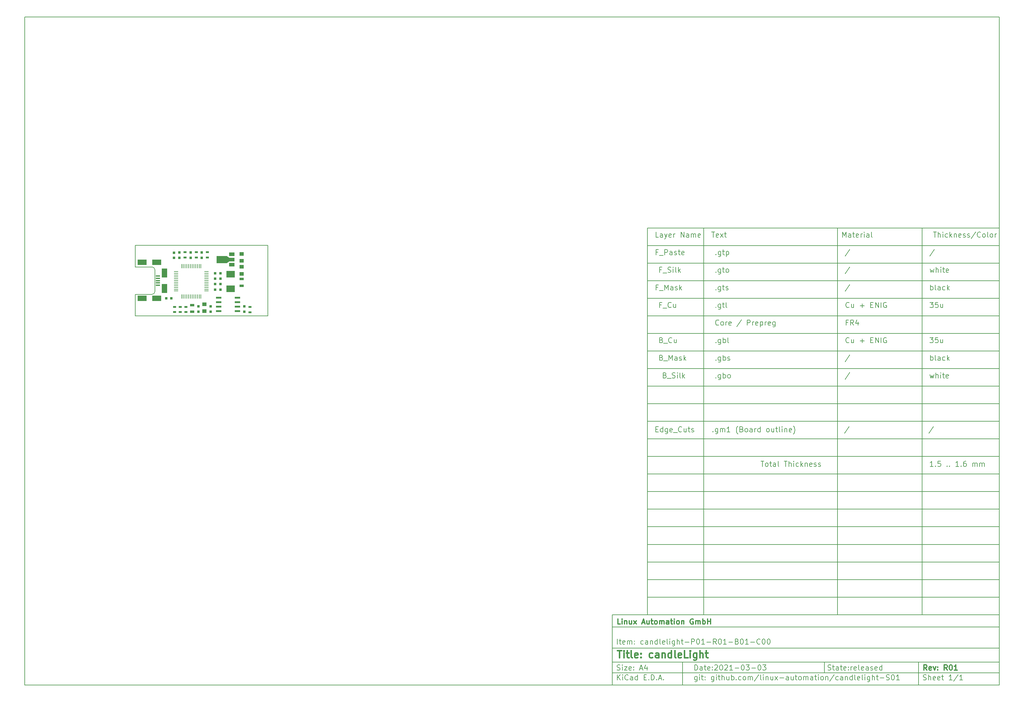
<source format=gtp>
%TF.GenerationSoftware,KiCad,Pcbnew,5.1.9-73d0e3b20d~88~ubuntu18.04.1*%
%TF.CreationDate,2021-03-09T14:04:25+01:00*%
%TF.ProjectId,candleLight,63616e64-6c65-44c6-9967-68742e6b6963,R01*%
%TF.SameCoordinates,Original*%
%TF.FileFunction,Paste,Top*%
%TF.FilePolarity,Positive*%
%FSLAX46Y46*%
G04 Gerber Fmt 4.6, Leading zero omitted, Abs format (unit mm)*
G04 Created by KiCad (PCBNEW 5.1.9-73d0e3b20d~88~ubuntu18.04.1) date 2021-03-09 14:04:25*
%MOMM*%
%LPD*%
G01*
G04 APERTURE LIST*
%ADD10C,0.100000*%
%ADD11C,0.150000*%
%ADD12C,0.300000*%
%ADD13C,0.400000*%
%TA.AperFunction,Profile*%
%ADD14C,0.150000*%
%TD*%
%ADD15R,2.400000X1.900000*%
%ADD16R,1.300000X0.250000*%
%ADD17R,0.250000X1.300000*%
%ADD18R,0.900000X0.500000*%
%ADD19R,0.750000X0.800000*%
%ADD20R,1.300000X0.700000*%
%ADD21R,1.500000X2.500000*%
%ADD22R,2.500000X1.500000*%
%ADD23R,1.250000X0.400000*%
%ADD24R,0.800000X0.750000*%
%ADD25R,1.250000X1.000000*%
%ADD26R,0.797560X0.797560*%
%ADD27R,1.501140X1.000760*%
%ADD28R,2.999740X1.998980*%
%ADD29R,1.550000X0.600000*%
G04 APERTURE END LIST*
D10*
D11*
X177002200Y-180007200D02*
X177002200Y-200007200D01*
X287002200Y-200007200D01*
X287002200Y-180007200D01*
X177002200Y-180007200D01*
D10*
D11*
X10000000Y-10000000D02*
X10000000Y-200007200D01*
X287002200Y-200007200D01*
X287002200Y-10000000D01*
X10000000Y-10000000D01*
D10*
D11*
X200434342Y-195785771D02*
X200434342Y-194285771D01*
X200791485Y-194285771D01*
X201005771Y-194357200D01*
X201148628Y-194500057D01*
X201220057Y-194642914D01*
X201291485Y-194928628D01*
X201291485Y-195142914D01*
X201220057Y-195428628D01*
X201148628Y-195571485D01*
X201005771Y-195714342D01*
X200791485Y-195785771D01*
X200434342Y-195785771D01*
X202577200Y-195785771D02*
X202577200Y-195000057D01*
X202505771Y-194857200D01*
X202362914Y-194785771D01*
X202077200Y-194785771D01*
X201934342Y-194857200D01*
X202577200Y-195714342D02*
X202434342Y-195785771D01*
X202077200Y-195785771D01*
X201934342Y-195714342D01*
X201862914Y-195571485D01*
X201862914Y-195428628D01*
X201934342Y-195285771D01*
X202077200Y-195214342D01*
X202434342Y-195214342D01*
X202577200Y-195142914D01*
X203077200Y-194785771D02*
X203648628Y-194785771D01*
X203291485Y-194285771D02*
X203291485Y-195571485D01*
X203362914Y-195714342D01*
X203505771Y-195785771D01*
X203648628Y-195785771D01*
X204720057Y-195714342D02*
X204577200Y-195785771D01*
X204291485Y-195785771D01*
X204148628Y-195714342D01*
X204077200Y-195571485D01*
X204077200Y-195000057D01*
X204148628Y-194857200D01*
X204291485Y-194785771D01*
X204577200Y-194785771D01*
X204720057Y-194857200D01*
X204791485Y-195000057D01*
X204791485Y-195142914D01*
X204077200Y-195285771D01*
X205434342Y-195642914D02*
X205505771Y-195714342D01*
X205434342Y-195785771D01*
X205362914Y-195714342D01*
X205434342Y-195642914D01*
X205434342Y-195785771D01*
X205434342Y-194857200D02*
X205505771Y-194928628D01*
X205434342Y-195000057D01*
X205362914Y-194928628D01*
X205434342Y-194857200D01*
X205434342Y-195000057D01*
X206077200Y-194428628D02*
X206148628Y-194357200D01*
X206291485Y-194285771D01*
X206648628Y-194285771D01*
X206791485Y-194357200D01*
X206862914Y-194428628D01*
X206934342Y-194571485D01*
X206934342Y-194714342D01*
X206862914Y-194928628D01*
X206005771Y-195785771D01*
X206934342Y-195785771D01*
X207862914Y-194285771D02*
X208005771Y-194285771D01*
X208148628Y-194357200D01*
X208220057Y-194428628D01*
X208291485Y-194571485D01*
X208362914Y-194857200D01*
X208362914Y-195214342D01*
X208291485Y-195500057D01*
X208220057Y-195642914D01*
X208148628Y-195714342D01*
X208005771Y-195785771D01*
X207862914Y-195785771D01*
X207720057Y-195714342D01*
X207648628Y-195642914D01*
X207577200Y-195500057D01*
X207505771Y-195214342D01*
X207505771Y-194857200D01*
X207577200Y-194571485D01*
X207648628Y-194428628D01*
X207720057Y-194357200D01*
X207862914Y-194285771D01*
X208934342Y-194428628D02*
X209005771Y-194357200D01*
X209148628Y-194285771D01*
X209505771Y-194285771D01*
X209648628Y-194357200D01*
X209720057Y-194428628D01*
X209791485Y-194571485D01*
X209791485Y-194714342D01*
X209720057Y-194928628D01*
X208862914Y-195785771D01*
X209791485Y-195785771D01*
X211220057Y-195785771D02*
X210362914Y-195785771D01*
X210791485Y-195785771D02*
X210791485Y-194285771D01*
X210648628Y-194500057D01*
X210505771Y-194642914D01*
X210362914Y-194714342D01*
X211862914Y-195214342D02*
X213005771Y-195214342D01*
X214005771Y-194285771D02*
X214148628Y-194285771D01*
X214291485Y-194357200D01*
X214362914Y-194428628D01*
X214434342Y-194571485D01*
X214505771Y-194857200D01*
X214505771Y-195214342D01*
X214434342Y-195500057D01*
X214362914Y-195642914D01*
X214291485Y-195714342D01*
X214148628Y-195785771D01*
X214005771Y-195785771D01*
X213862914Y-195714342D01*
X213791485Y-195642914D01*
X213720057Y-195500057D01*
X213648628Y-195214342D01*
X213648628Y-194857200D01*
X213720057Y-194571485D01*
X213791485Y-194428628D01*
X213862914Y-194357200D01*
X214005771Y-194285771D01*
X215005771Y-194285771D02*
X215934342Y-194285771D01*
X215434342Y-194857200D01*
X215648628Y-194857200D01*
X215791485Y-194928628D01*
X215862914Y-195000057D01*
X215934342Y-195142914D01*
X215934342Y-195500057D01*
X215862914Y-195642914D01*
X215791485Y-195714342D01*
X215648628Y-195785771D01*
X215220057Y-195785771D01*
X215077200Y-195714342D01*
X215005771Y-195642914D01*
X216577200Y-195214342D02*
X217720057Y-195214342D01*
X218720057Y-194285771D02*
X218862914Y-194285771D01*
X219005771Y-194357200D01*
X219077200Y-194428628D01*
X219148628Y-194571485D01*
X219220057Y-194857200D01*
X219220057Y-195214342D01*
X219148628Y-195500057D01*
X219077200Y-195642914D01*
X219005771Y-195714342D01*
X218862914Y-195785771D01*
X218720057Y-195785771D01*
X218577200Y-195714342D01*
X218505771Y-195642914D01*
X218434342Y-195500057D01*
X218362914Y-195214342D01*
X218362914Y-194857200D01*
X218434342Y-194571485D01*
X218505771Y-194428628D01*
X218577200Y-194357200D01*
X218720057Y-194285771D01*
X219720057Y-194285771D02*
X220648628Y-194285771D01*
X220148628Y-194857200D01*
X220362914Y-194857200D01*
X220505771Y-194928628D01*
X220577200Y-195000057D01*
X220648628Y-195142914D01*
X220648628Y-195500057D01*
X220577200Y-195642914D01*
X220505771Y-195714342D01*
X220362914Y-195785771D01*
X219934342Y-195785771D01*
X219791485Y-195714342D01*
X219720057Y-195642914D01*
D10*
D11*
X178434342Y-188385771D02*
X178434342Y-186885771D01*
X178934342Y-187385771D02*
X179505771Y-187385771D01*
X179148628Y-186885771D02*
X179148628Y-188171485D01*
X179220057Y-188314342D01*
X179362914Y-188385771D01*
X179505771Y-188385771D01*
X180577200Y-188314342D02*
X180434342Y-188385771D01*
X180148628Y-188385771D01*
X180005771Y-188314342D01*
X179934342Y-188171485D01*
X179934342Y-187600057D01*
X180005771Y-187457200D01*
X180148628Y-187385771D01*
X180434342Y-187385771D01*
X180577200Y-187457200D01*
X180648628Y-187600057D01*
X180648628Y-187742914D01*
X179934342Y-187885771D01*
X181291485Y-188385771D02*
X181291485Y-187385771D01*
X181291485Y-187528628D02*
X181362914Y-187457200D01*
X181505771Y-187385771D01*
X181720057Y-187385771D01*
X181862914Y-187457200D01*
X181934342Y-187600057D01*
X181934342Y-188385771D01*
X181934342Y-187600057D02*
X182005771Y-187457200D01*
X182148628Y-187385771D01*
X182362914Y-187385771D01*
X182505771Y-187457200D01*
X182577200Y-187600057D01*
X182577200Y-188385771D01*
X183291485Y-188242914D02*
X183362914Y-188314342D01*
X183291485Y-188385771D01*
X183220057Y-188314342D01*
X183291485Y-188242914D01*
X183291485Y-188385771D01*
X183291485Y-187457200D02*
X183362914Y-187528628D01*
X183291485Y-187600057D01*
X183220057Y-187528628D01*
X183291485Y-187457200D01*
X183291485Y-187600057D01*
X185791485Y-188314342D02*
X185648628Y-188385771D01*
X185362914Y-188385771D01*
X185220057Y-188314342D01*
X185148628Y-188242914D01*
X185077200Y-188100057D01*
X185077200Y-187671485D01*
X185148628Y-187528628D01*
X185220057Y-187457200D01*
X185362914Y-187385771D01*
X185648628Y-187385771D01*
X185791485Y-187457200D01*
X187077200Y-188385771D02*
X187077200Y-187600057D01*
X187005771Y-187457200D01*
X186862914Y-187385771D01*
X186577200Y-187385771D01*
X186434342Y-187457200D01*
X187077200Y-188314342D02*
X186934342Y-188385771D01*
X186577200Y-188385771D01*
X186434342Y-188314342D01*
X186362914Y-188171485D01*
X186362914Y-188028628D01*
X186434342Y-187885771D01*
X186577200Y-187814342D01*
X186934342Y-187814342D01*
X187077200Y-187742914D01*
X187791485Y-187385771D02*
X187791485Y-188385771D01*
X187791485Y-187528628D02*
X187862914Y-187457200D01*
X188005771Y-187385771D01*
X188220057Y-187385771D01*
X188362914Y-187457200D01*
X188434342Y-187600057D01*
X188434342Y-188385771D01*
X189791485Y-188385771D02*
X189791485Y-186885771D01*
X189791485Y-188314342D02*
X189648628Y-188385771D01*
X189362914Y-188385771D01*
X189220057Y-188314342D01*
X189148628Y-188242914D01*
X189077200Y-188100057D01*
X189077200Y-187671485D01*
X189148628Y-187528628D01*
X189220057Y-187457200D01*
X189362914Y-187385771D01*
X189648628Y-187385771D01*
X189791485Y-187457200D01*
X190720057Y-188385771D02*
X190577200Y-188314342D01*
X190505771Y-188171485D01*
X190505771Y-186885771D01*
X191862914Y-188314342D02*
X191720057Y-188385771D01*
X191434342Y-188385771D01*
X191291485Y-188314342D01*
X191220057Y-188171485D01*
X191220057Y-187600057D01*
X191291485Y-187457200D01*
X191434342Y-187385771D01*
X191720057Y-187385771D01*
X191862914Y-187457200D01*
X191934342Y-187600057D01*
X191934342Y-187742914D01*
X191220057Y-187885771D01*
X192791485Y-188385771D02*
X192648628Y-188314342D01*
X192577200Y-188171485D01*
X192577200Y-186885771D01*
X193362914Y-188385771D02*
X193362914Y-187385771D01*
X193362914Y-186885771D02*
X193291485Y-186957200D01*
X193362914Y-187028628D01*
X193434342Y-186957200D01*
X193362914Y-186885771D01*
X193362914Y-187028628D01*
X194720057Y-187385771D02*
X194720057Y-188600057D01*
X194648628Y-188742914D01*
X194577200Y-188814342D01*
X194434342Y-188885771D01*
X194220057Y-188885771D01*
X194077200Y-188814342D01*
X194720057Y-188314342D02*
X194577200Y-188385771D01*
X194291485Y-188385771D01*
X194148628Y-188314342D01*
X194077200Y-188242914D01*
X194005771Y-188100057D01*
X194005771Y-187671485D01*
X194077200Y-187528628D01*
X194148628Y-187457200D01*
X194291485Y-187385771D01*
X194577200Y-187385771D01*
X194720057Y-187457200D01*
X195434342Y-188385771D02*
X195434342Y-186885771D01*
X196077200Y-188385771D02*
X196077200Y-187600057D01*
X196005771Y-187457200D01*
X195862914Y-187385771D01*
X195648628Y-187385771D01*
X195505771Y-187457200D01*
X195434342Y-187528628D01*
X196577200Y-187385771D02*
X197148628Y-187385771D01*
X196791485Y-186885771D02*
X196791485Y-188171485D01*
X196862914Y-188314342D01*
X197005771Y-188385771D01*
X197148628Y-188385771D01*
X197648628Y-187814342D02*
X198791485Y-187814342D01*
X199505771Y-188385771D02*
X199505771Y-186885771D01*
X200077200Y-186885771D01*
X200220057Y-186957200D01*
X200291485Y-187028628D01*
X200362914Y-187171485D01*
X200362914Y-187385771D01*
X200291485Y-187528628D01*
X200220057Y-187600057D01*
X200077200Y-187671485D01*
X199505771Y-187671485D01*
X201291485Y-186885771D02*
X201434342Y-186885771D01*
X201577200Y-186957200D01*
X201648628Y-187028628D01*
X201720057Y-187171485D01*
X201791485Y-187457200D01*
X201791485Y-187814342D01*
X201720057Y-188100057D01*
X201648628Y-188242914D01*
X201577200Y-188314342D01*
X201434342Y-188385771D01*
X201291485Y-188385771D01*
X201148628Y-188314342D01*
X201077200Y-188242914D01*
X201005771Y-188100057D01*
X200934342Y-187814342D01*
X200934342Y-187457200D01*
X201005771Y-187171485D01*
X201077200Y-187028628D01*
X201148628Y-186957200D01*
X201291485Y-186885771D01*
X203220057Y-188385771D02*
X202362914Y-188385771D01*
X202791485Y-188385771D02*
X202791485Y-186885771D01*
X202648628Y-187100057D01*
X202505771Y-187242914D01*
X202362914Y-187314342D01*
X203862914Y-187814342D02*
X205005771Y-187814342D01*
X206577200Y-188385771D02*
X206077200Y-187671485D01*
X205720057Y-188385771D02*
X205720057Y-186885771D01*
X206291485Y-186885771D01*
X206434342Y-186957200D01*
X206505771Y-187028628D01*
X206577200Y-187171485D01*
X206577200Y-187385771D01*
X206505771Y-187528628D01*
X206434342Y-187600057D01*
X206291485Y-187671485D01*
X205720057Y-187671485D01*
X207505771Y-186885771D02*
X207648628Y-186885771D01*
X207791485Y-186957200D01*
X207862914Y-187028628D01*
X207934342Y-187171485D01*
X208005771Y-187457200D01*
X208005771Y-187814342D01*
X207934342Y-188100057D01*
X207862914Y-188242914D01*
X207791485Y-188314342D01*
X207648628Y-188385771D01*
X207505771Y-188385771D01*
X207362914Y-188314342D01*
X207291485Y-188242914D01*
X207220057Y-188100057D01*
X207148628Y-187814342D01*
X207148628Y-187457200D01*
X207220057Y-187171485D01*
X207291485Y-187028628D01*
X207362914Y-186957200D01*
X207505771Y-186885771D01*
X209434342Y-188385771D02*
X208577200Y-188385771D01*
X209005771Y-188385771D02*
X209005771Y-186885771D01*
X208862914Y-187100057D01*
X208720057Y-187242914D01*
X208577200Y-187314342D01*
X210077200Y-187814342D02*
X211220057Y-187814342D01*
X212434342Y-187600057D02*
X212648628Y-187671485D01*
X212720057Y-187742914D01*
X212791485Y-187885771D01*
X212791485Y-188100057D01*
X212720057Y-188242914D01*
X212648628Y-188314342D01*
X212505771Y-188385771D01*
X211934342Y-188385771D01*
X211934342Y-186885771D01*
X212434342Y-186885771D01*
X212577200Y-186957200D01*
X212648628Y-187028628D01*
X212720057Y-187171485D01*
X212720057Y-187314342D01*
X212648628Y-187457200D01*
X212577200Y-187528628D01*
X212434342Y-187600057D01*
X211934342Y-187600057D01*
X213720057Y-186885771D02*
X213862914Y-186885771D01*
X214005771Y-186957200D01*
X214077200Y-187028628D01*
X214148628Y-187171485D01*
X214220057Y-187457200D01*
X214220057Y-187814342D01*
X214148628Y-188100057D01*
X214077200Y-188242914D01*
X214005771Y-188314342D01*
X213862914Y-188385771D01*
X213720057Y-188385771D01*
X213577200Y-188314342D01*
X213505771Y-188242914D01*
X213434342Y-188100057D01*
X213362914Y-187814342D01*
X213362914Y-187457200D01*
X213434342Y-187171485D01*
X213505771Y-187028628D01*
X213577200Y-186957200D01*
X213720057Y-186885771D01*
X215648628Y-188385771D02*
X214791485Y-188385771D01*
X215220057Y-188385771D02*
X215220057Y-186885771D01*
X215077200Y-187100057D01*
X214934342Y-187242914D01*
X214791485Y-187314342D01*
X216291485Y-187814342D02*
X217434342Y-187814342D01*
X219005771Y-188242914D02*
X218934342Y-188314342D01*
X218720057Y-188385771D01*
X218577200Y-188385771D01*
X218362914Y-188314342D01*
X218220057Y-188171485D01*
X218148628Y-188028628D01*
X218077200Y-187742914D01*
X218077200Y-187528628D01*
X218148628Y-187242914D01*
X218220057Y-187100057D01*
X218362914Y-186957200D01*
X218577200Y-186885771D01*
X218720057Y-186885771D01*
X218934342Y-186957200D01*
X219005771Y-187028628D01*
X219934342Y-186885771D02*
X220077200Y-186885771D01*
X220220057Y-186957200D01*
X220291485Y-187028628D01*
X220362914Y-187171485D01*
X220434342Y-187457200D01*
X220434342Y-187814342D01*
X220362914Y-188100057D01*
X220291485Y-188242914D01*
X220220057Y-188314342D01*
X220077200Y-188385771D01*
X219934342Y-188385771D01*
X219791485Y-188314342D01*
X219720057Y-188242914D01*
X219648628Y-188100057D01*
X219577200Y-187814342D01*
X219577200Y-187457200D01*
X219648628Y-187171485D01*
X219720057Y-187028628D01*
X219791485Y-186957200D01*
X219934342Y-186885771D01*
X221362914Y-186885771D02*
X221505771Y-186885771D01*
X221648628Y-186957200D01*
X221720057Y-187028628D01*
X221791485Y-187171485D01*
X221862914Y-187457200D01*
X221862914Y-187814342D01*
X221791485Y-188100057D01*
X221720057Y-188242914D01*
X221648628Y-188314342D01*
X221505771Y-188385771D01*
X221362914Y-188385771D01*
X221220057Y-188314342D01*
X221148628Y-188242914D01*
X221077200Y-188100057D01*
X221005771Y-187814342D01*
X221005771Y-187457200D01*
X221077200Y-187171485D01*
X221148628Y-187028628D01*
X221220057Y-186957200D01*
X221362914Y-186885771D01*
D10*
D11*
X177002200Y-196507200D02*
X287002200Y-196507200D01*
D10*
D11*
X178434342Y-198585771D02*
X178434342Y-197085771D01*
X179291485Y-198585771D02*
X178648628Y-197728628D01*
X179291485Y-197085771D02*
X178434342Y-197942914D01*
X179934342Y-198585771D02*
X179934342Y-197585771D01*
X179934342Y-197085771D02*
X179862914Y-197157200D01*
X179934342Y-197228628D01*
X180005771Y-197157200D01*
X179934342Y-197085771D01*
X179934342Y-197228628D01*
X181505771Y-198442914D02*
X181434342Y-198514342D01*
X181220057Y-198585771D01*
X181077200Y-198585771D01*
X180862914Y-198514342D01*
X180720057Y-198371485D01*
X180648628Y-198228628D01*
X180577200Y-197942914D01*
X180577200Y-197728628D01*
X180648628Y-197442914D01*
X180720057Y-197300057D01*
X180862914Y-197157200D01*
X181077200Y-197085771D01*
X181220057Y-197085771D01*
X181434342Y-197157200D01*
X181505771Y-197228628D01*
X182791485Y-198585771D02*
X182791485Y-197800057D01*
X182720057Y-197657200D01*
X182577200Y-197585771D01*
X182291485Y-197585771D01*
X182148628Y-197657200D01*
X182791485Y-198514342D02*
X182648628Y-198585771D01*
X182291485Y-198585771D01*
X182148628Y-198514342D01*
X182077200Y-198371485D01*
X182077200Y-198228628D01*
X182148628Y-198085771D01*
X182291485Y-198014342D01*
X182648628Y-198014342D01*
X182791485Y-197942914D01*
X184148628Y-198585771D02*
X184148628Y-197085771D01*
X184148628Y-198514342D02*
X184005771Y-198585771D01*
X183720057Y-198585771D01*
X183577200Y-198514342D01*
X183505771Y-198442914D01*
X183434342Y-198300057D01*
X183434342Y-197871485D01*
X183505771Y-197728628D01*
X183577200Y-197657200D01*
X183720057Y-197585771D01*
X184005771Y-197585771D01*
X184148628Y-197657200D01*
X186005771Y-197800057D02*
X186505771Y-197800057D01*
X186720057Y-198585771D02*
X186005771Y-198585771D01*
X186005771Y-197085771D01*
X186720057Y-197085771D01*
X187362914Y-198442914D02*
X187434342Y-198514342D01*
X187362914Y-198585771D01*
X187291485Y-198514342D01*
X187362914Y-198442914D01*
X187362914Y-198585771D01*
X188077200Y-198585771D02*
X188077200Y-197085771D01*
X188434342Y-197085771D01*
X188648628Y-197157200D01*
X188791485Y-197300057D01*
X188862914Y-197442914D01*
X188934342Y-197728628D01*
X188934342Y-197942914D01*
X188862914Y-198228628D01*
X188791485Y-198371485D01*
X188648628Y-198514342D01*
X188434342Y-198585771D01*
X188077200Y-198585771D01*
X189577200Y-198442914D02*
X189648628Y-198514342D01*
X189577200Y-198585771D01*
X189505771Y-198514342D01*
X189577200Y-198442914D01*
X189577200Y-198585771D01*
X190220057Y-198157200D02*
X190934342Y-198157200D01*
X190077200Y-198585771D02*
X190577200Y-197085771D01*
X191077200Y-198585771D01*
X191577200Y-198442914D02*
X191648628Y-198514342D01*
X191577200Y-198585771D01*
X191505771Y-198514342D01*
X191577200Y-198442914D01*
X191577200Y-198585771D01*
D10*
D11*
X177002200Y-193507200D02*
X287002200Y-193507200D01*
D10*
D12*
X266411485Y-195785771D02*
X265911485Y-195071485D01*
X265554342Y-195785771D02*
X265554342Y-194285771D01*
X266125771Y-194285771D01*
X266268628Y-194357200D01*
X266340057Y-194428628D01*
X266411485Y-194571485D01*
X266411485Y-194785771D01*
X266340057Y-194928628D01*
X266268628Y-195000057D01*
X266125771Y-195071485D01*
X265554342Y-195071485D01*
X267625771Y-195714342D02*
X267482914Y-195785771D01*
X267197200Y-195785771D01*
X267054342Y-195714342D01*
X266982914Y-195571485D01*
X266982914Y-195000057D01*
X267054342Y-194857200D01*
X267197200Y-194785771D01*
X267482914Y-194785771D01*
X267625771Y-194857200D01*
X267697200Y-195000057D01*
X267697200Y-195142914D01*
X266982914Y-195285771D01*
X268197200Y-194785771D02*
X268554342Y-195785771D01*
X268911485Y-194785771D01*
X269482914Y-195642914D02*
X269554342Y-195714342D01*
X269482914Y-195785771D01*
X269411485Y-195714342D01*
X269482914Y-195642914D01*
X269482914Y-195785771D01*
X269482914Y-194857200D02*
X269554342Y-194928628D01*
X269482914Y-195000057D01*
X269411485Y-194928628D01*
X269482914Y-194857200D01*
X269482914Y-195000057D01*
X272197200Y-195785771D02*
X271697200Y-195071485D01*
X271340057Y-195785771D02*
X271340057Y-194285771D01*
X271911485Y-194285771D01*
X272054342Y-194357200D01*
X272125771Y-194428628D01*
X272197200Y-194571485D01*
X272197200Y-194785771D01*
X272125771Y-194928628D01*
X272054342Y-195000057D01*
X271911485Y-195071485D01*
X271340057Y-195071485D01*
X273125771Y-194285771D02*
X273268628Y-194285771D01*
X273411485Y-194357200D01*
X273482914Y-194428628D01*
X273554342Y-194571485D01*
X273625771Y-194857200D01*
X273625771Y-195214342D01*
X273554342Y-195500057D01*
X273482914Y-195642914D01*
X273411485Y-195714342D01*
X273268628Y-195785771D01*
X273125771Y-195785771D01*
X272982914Y-195714342D01*
X272911485Y-195642914D01*
X272840057Y-195500057D01*
X272768628Y-195214342D01*
X272768628Y-194857200D01*
X272840057Y-194571485D01*
X272911485Y-194428628D01*
X272982914Y-194357200D01*
X273125771Y-194285771D01*
X275054342Y-195785771D02*
X274197200Y-195785771D01*
X274625771Y-195785771D02*
X274625771Y-194285771D01*
X274482914Y-194500057D01*
X274340057Y-194642914D01*
X274197200Y-194714342D01*
D10*
D11*
X178362914Y-195714342D02*
X178577200Y-195785771D01*
X178934342Y-195785771D01*
X179077200Y-195714342D01*
X179148628Y-195642914D01*
X179220057Y-195500057D01*
X179220057Y-195357200D01*
X179148628Y-195214342D01*
X179077200Y-195142914D01*
X178934342Y-195071485D01*
X178648628Y-195000057D01*
X178505771Y-194928628D01*
X178434342Y-194857200D01*
X178362914Y-194714342D01*
X178362914Y-194571485D01*
X178434342Y-194428628D01*
X178505771Y-194357200D01*
X178648628Y-194285771D01*
X179005771Y-194285771D01*
X179220057Y-194357200D01*
X179862914Y-195785771D02*
X179862914Y-194785771D01*
X179862914Y-194285771D02*
X179791485Y-194357200D01*
X179862914Y-194428628D01*
X179934342Y-194357200D01*
X179862914Y-194285771D01*
X179862914Y-194428628D01*
X180434342Y-194785771D02*
X181220057Y-194785771D01*
X180434342Y-195785771D01*
X181220057Y-195785771D01*
X182362914Y-195714342D02*
X182220057Y-195785771D01*
X181934342Y-195785771D01*
X181791485Y-195714342D01*
X181720057Y-195571485D01*
X181720057Y-195000057D01*
X181791485Y-194857200D01*
X181934342Y-194785771D01*
X182220057Y-194785771D01*
X182362914Y-194857200D01*
X182434342Y-195000057D01*
X182434342Y-195142914D01*
X181720057Y-195285771D01*
X183077200Y-195642914D02*
X183148628Y-195714342D01*
X183077200Y-195785771D01*
X183005771Y-195714342D01*
X183077200Y-195642914D01*
X183077200Y-195785771D01*
X183077200Y-194857200D02*
X183148628Y-194928628D01*
X183077200Y-195000057D01*
X183005771Y-194928628D01*
X183077200Y-194857200D01*
X183077200Y-195000057D01*
X184862914Y-195357200D02*
X185577200Y-195357200D01*
X184720057Y-195785771D02*
X185220057Y-194285771D01*
X185720057Y-195785771D01*
X186862914Y-194785771D02*
X186862914Y-195785771D01*
X186505771Y-194214342D02*
X186148628Y-195285771D01*
X187077200Y-195285771D01*
D10*
D11*
X265362914Y-198514342D02*
X265577200Y-198585771D01*
X265934342Y-198585771D01*
X266077200Y-198514342D01*
X266148628Y-198442914D01*
X266220057Y-198300057D01*
X266220057Y-198157200D01*
X266148628Y-198014342D01*
X266077200Y-197942914D01*
X265934342Y-197871485D01*
X265648628Y-197800057D01*
X265505771Y-197728628D01*
X265434342Y-197657200D01*
X265362914Y-197514342D01*
X265362914Y-197371485D01*
X265434342Y-197228628D01*
X265505771Y-197157200D01*
X265648628Y-197085771D01*
X266005771Y-197085771D01*
X266220057Y-197157200D01*
X266862914Y-198585771D02*
X266862914Y-197085771D01*
X267505771Y-198585771D02*
X267505771Y-197800057D01*
X267434342Y-197657200D01*
X267291485Y-197585771D01*
X267077200Y-197585771D01*
X266934342Y-197657200D01*
X266862914Y-197728628D01*
X268791485Y-198514342D02*
X268648628Y-198585771D01*
X268362914Y-198585771D01*
X268220057Y-198514342D01*
X268148628Y-198371485D01*
X268148628Y-197800057D01*
X268220057Y-197657200D01*
X268362914Y-197585771D01*
X268648628Y-197585771D01*
X268791485Y-197657200D01*
X268862914Y-197800057D01*
X268862914Y-197942914D01*
X268148628Y-198085771D01*
X270077200Y-198514342D02*
X269934342Y-198585771D01*
X269648628Y-198585771D01*
X269505771Y-198514342D01*
X269434342Y-198371485D01*
X269434342Y-197800057D01*
X269505771Y-197657200D01*
X269648628Y-197585771D01*
X269934342Y-197585771D01*
X270077200Y-197657200D01*
X270148628Y-197800057D01*
X270148628Y-197942914D01*
X269434342Y-198085771D01*
X270577200Y-197585771D02*
X271148628Y-197585771D01*
X270791485Y-197085771D02*
X270791485Y-198371485D01*
X270862914Y-198514342D01*
X271005771Y-198585771D01*
X271148628Y-198585771D01*
X273577200Y-198585771D02*
X272720057Y-198585771D01*
X273148628Y-198585771D02*
X273148628Y-197085771D01*
X273005771Y-197300057D01*
X272862914Y-197442914D01*
X272720057Y-197514342D01*
X275291485Y-197014342D02*
X274005771Y-198942914D01*
X276577200Y-198585771D02*
X275720057Y-198585771D01*
X276148628Y-198585771D02*
X276148628Y-197085771D01*
X276005771Y-197300057D01*
X275862914Y-197442914D01*
X275720057Y-197514342D01*
D10*
D11*
X177002200Y-189507200D02*
X287002200Y-189507200D01*
D10*
D13*
X178452676Y-190211961D02*
X179595533Y-190211961D01*
X179024104Y-192211961D02*
X179024104Y-190211961D01*
X180262200Y-192211961D02*
X180262200Y-190878628D01*
X180262200Y-190211961D02*
X180166961Y-190307200D01*
X180262200Y-190402438D01*
X180357438Y-190307200D01*
X180262200Y-190211961D01*
X180262200Y-190402438D01*
X180928866Y-190878628D02*
X181690771Y-190878628D01*
X181214580Y-190211961D02*
X181214580Y-191926247D01*
X181309819Y-192116723D01*
X181500295Y-192211961D01*
X181690771Y-192211961D01*
X182643152Y-192211961D02*
X182452676Y-192116723D01*
X182357438Y-191926247D01*
X182357438Y-190211961D01*
X184166961Y-192116723D02*
X183976485Y-192211961D01*
X183595533Y-192211961D01*
X183405057Y-192116723D01*
X183309819Y-191926247D01*
X183309819Y-191164342D01*
X183405057Y-190973866D01*
X183595533Y-190878628D01*
X183976485Y-190878628D01*
X184166961Y-190973866D01*
X184262200Y-191164342D01*
X184262200Y-191354819D01*
X183309819Y-191545295D01*
X185119342Y-192021485D02*
X185214580Y-192116723D01*
X185119342Y-192211961D01*
X185024104Y-192116723D01*
X185119342Y-192021485D01*
X185119342Y-192211961D01*
X185119342Y-190973866D02*
X185214580Y-191069104D01*
X185119342Y-191164342D01*
X185024104Y-191069104D01*
X185119342Y-190973866D01*
X185119342Y-191164342D01*
X188452676Y-192116723D02*
X188262200Y-192211961D01*
X187881247Y-192211961D01*
X187690771Y-192116723D01*
X187595533Y-192021485D01*
X187500295Y-191831009D01*
X187500295Y-191259580D01*
X187595533Y-191069104D01*
X187690771Y-190973866D01*
X187881247Y-190878628D01*
X188262200Y-190878628D01*
X188452676Y-190973866D01*
X190166961Y-192211961D02*
X190166961Y-191164342D01*
X190071723Y-190973866D01*
X189881247Y-190878628D01*
X189500295Y-190878628D01*
X189309819Y-190973866D01*
X190166961Y-192116723D02*
X189976485Y-192211961D01*
X189500295Y-192211961D01*
X189309819Y-192116723D01*
X189214580Y-191926247D01*
X189214580Y-191735771D01*
X189309819Y-191545295D01*
X189500295Y-191450057D01*
X189976485Y-191450057D01*
X190166961Y-191354819D01*
X191119342Y-190878628D02*
X191119342Y-192211961D01*
X191119342Y-191069104D02*
X191214580Y-190973866D01*
X191405057Y-190878628D01*
X191690771Y-190878628D01*
X191881247Y-190973866D01*
X191976485Y-191164342D01*
X191976485Y-192211961D01*
X193786009Y-192211961D02*
X193786009Y-190211961D01*
X193786009Y-192116723D02*
X193595533Y-192211961D01*
X193214580Y-192211961D01*
X193024104Y-192116723D01*
X192928866Y-192021485D01*
X192833628Y-191831009D01*
X192833628Y-191259580D01*
X192928866Y-191069104D01*
X193024104Y-190973866D01*
X193214580Y-190878628D01*
X193595533Y-190878628D01*
X193786009Y-190973866D01*
X195024104Y-192211961D02*
X194833628Y-192116723D01*
X194738390Y-191926247D01*
X194738390Y-190211961D01*
X196547914Y-192116723D02*
X196357438Y-192211961D01*
X195976485Y-192211961D01*
X195786009Y-192116723D01*
X195690771Y-191926247D01*
X195690771Y-191164342D01*
X195786009Y-190973866D01*
X195976485Y-190878628D01*
X196357438Y-190878628D01*
X196547914Y-190973866D01*
X196643152Y-191164342D01*
X196643152Y-191354819D01*
X195690771Y-191545295D01*
X198452676Y-192211961D02*
X197500295Y-192211961D01*
X197500295Y-190211961D01*
X199119342Y-192211961D02*
X199119342Y-190878628D01*
X199119342Y-190211961D02*
X199024104Y-190307200D01*
X199119342Y-190402438D01*
X199214580Y-190307200D01*
X199119342Y-190211961D01*
X199119342Y-190402438D01*
X200928866Y-190878628D02*
X200928866Y-192497676D01*
X200833628Y-192688152D01*
X200738390Y-192783390D01*
X200547914Y-192878628D01*
X200262200Y-192878628D01*
X200071723Y-192783390D01*
X200928866Y-192116723D02*
X200738390Y-192211961D01*
X200357438Y-192211961D01*
X200166961Y-192116723D01*
X200071723Y-192021485D01*
X199976485Y-191831009D01*
X199976485Y-191259580D01*
X200071723Y-191069104D01*
X200166961Y-190973866D01*
X200357438Y-190878628D01*
X200738390Y-190878628D01*
X200928866Y-190973866D01*
X201881247Y-192211961D02*
X201881247Y-190211961D01*
X202738390Y-192211961D02*
X202738390Y-191164342D01*
X202643152Y-190973866D01*
X202452676Y-190878628D01*
X202166961Y-190878628D01*
X201976485Y-190973866D01*
X201881247Y-191069104D01*
X203405057Y-190878628D02*
X204166961Y-190878628D01*
X203690771Y-190211961D02*
X203690771Y-191926247D01*
X203786009Y-192116723D01*
X203976485Y-192211961D01*
X204166961Y-192211961D01*
D10*
D11*
X177002200Y-183507200D02*
X287002200Y-183507200D01*
D10*
D12*
X179268628Y-182685771D02*
X178554342Y-182685771D01*
X178554342Y-181185771D01*
X179768628Y-182685771D02*
X179768628Y-181685771D01*
X179768628Y-181185771D02*
X179697200Y-181257200D01*
X179768628Y-181328628D01*
X179840057Y-181257200D01*
X179768628Y-181185771D01*
X179768628Y-181328628D01*
X180482914Y-181685771D02*
X180482914Y-182685771D01*
X180482914Y-181828628D02*
X180554342Y-181757200D01*
X180697200Y-181685771D01*
X180911485Y-181685771D01*
X181054342Y-181757200D01*
X181125771Y-181900057D01*
X181125771Y-182685771D01*
X182482914Y-181685771D02*
X182482914Y-182685771D01*
X181840057Y-181685771D02*
X181840057Y-182471485D01*
X181911485Y-182614342D01*
X182054342Y-182685771D01*
X182268628Y-182685771D01*
X182411485Y-182614342D01*
X182482914Y-182542914D01*
X183054342Y-182685771D02*
X183840057Y-181685771D01*
X183054342Y-181685771D02*
X183840057Y-182685771D01*
X185482914Y-182257200D02*
X186197200Y-182257200D01*
X185340057Y-182685771D02*
X185840057Y-181185771D01*
X186340057Y-182685771D01*
X187482914Y-181685771D02*
X187482914Y-182685771D01*
X186840057Y-181685771D02*
X186840057Y-182471485D01*
X186911485Y-182614342D01*
X187054342Y-182685771D01*
X187268628Y-182685771D01*
X187411485Y-182614342D01*
X187482914Y-182542914D01*
X187982914Y-181685771D02*
X188554342Y-181685771D01*
X188197200Y-181185771D02*
X188197200Y-182471485D01*
X188268628Y-182614342D01*
X188411485Y-182685771D01*
X188554342Y-182685771D01*
X189268628Y-182685771D02*
X189125771Y-182614342D01*
X189054342Y-182542914D01*
X188982914Y-182400057D01*
X188982914Y-181971485D01*
X189054342Y-181828628D01*
X189125771Y-181757200D01*
X189268628Y-181685771D01*
X189482914Y-181685771D01*
X189625771Y-181757200D01*
X189697200Y-181828628D01*
X189768628Y-181971485D01*
X189768628Y-182400057D01*
X189697200Y-182542914D01*
X189625771Y-182614342D01*
X189482914Y-182685771D01*
X189268628Y-182685771D01*
X190411485Y-182685771D02*
X190411485Y-181685771D01*
X190411485Y-181828628D02*
X190482914Y-181757200D01*
X190625771Y-181685771D01*
X190840057Y-181685771D01*
X190982914Y-181757200D01*
X191054342Y-181900057D01*
X191054342Y-182685771D01*
X191054342Y-181900057D02*
X191125771Y-181757200D01*
X191268628Y-181685771D01*
X191482914Y-181685771D01*
X191625771Y-181757200D01*
X191697200Y-181900057D01*
X191697200Y-182685771D01*
X193054342Y-182685771D02*
X193054342Y-181900057D01*
X192982914Y-181757200D01*
X192840057Y-181685771D01*
X192554342Y-181685771D01*
X192411485Y-181757200D01*
X193054342Y-182614342D02*
X192911485Y-182685771D01*
X192554342Y-182685771D01*
X192411485Y-182614342D01*
X192340057Y-182471485D01*
X192340057Y-182328628D01*
X192411485Y-182185771D01*
X192554342Y-182114342D01*
X192911485Y-182114342D01*
X193054342Y-182042914D01*
X193554342Y-181685771D02*
X194125771Y-181685771D01*
X193768628Y-181185771D02*
X193768628Y-182471485D01*
X193840057Y-182614342D01*
X193982914Y-182685771D01*
X194125771Y-182685771D01*
X194625771Y-182685771D02*
X194625771Y-181685771D01*
X194625771Y-181185771D02*
X194554342Y-181257200D01*
X194625771Y-181328628D01*
X194697200Y-181257200D01*
X194625771Y-181185771D01*
X194625771Y-181328628D01*
X195554342Y-182685771D02*
X195411485Y-182614342D01*
X195340057Y-182542914D01*
X195268628Y-182400057D01*
X195268628Y-181971485D01*
X195340057Y-181828628D01*
X195411485Y-181757200D01*
X195554342Y-181685771D01*
X195768628Y-181685771D01*
X195911485Y-181757200D01*
X195982914Y-181828628D01*
X196054342Y-181971485D01*
X196054342Y-182400057D01*
X195982914Y-182542914D01*
X195911485Y-182614342D01*
X195768628Y-182685771D01*
X195554342Y-182685771D01*
X196697200Y-181685771D02*
X196697200Y-182685771D01*
X196697200Y-181828628D02*
X196768628Y-181757200D01*
X196911485Y-181685771D01*
X197125771Y-181685771D01*
X197268628Y-181757200D01*
X197340057Y-181900057D01*
X197340057Y-182685771D01*
X199982914Y-181257200D02*
X199840057Y-181185771D01*
X199625771Y-181185771D01*
X199411485Y-181257200D01*
X199268628Y-181400057D01*
X199197200Y-181542914D01*
X199125771Y-181828628D01*
X199125771Y-182042914D01*
X199197200Y-182328628D01*
X199268628Y-182471485D01*
X199411485Y-182614342D01*
X199625771Y-182685771D01*
X199768628Y-182685771D01*
X199982914Y-182614342D01*
X200054342Y-182542914D01*
X200054342Y-182042914D01*
X199768628Y-182042914D01*
X200697200Y-182685771D02*
X200697200Y-181685771D01*
X200697200Y-181828628D02*
X200768628Y-181757200D01*
X200911485Y-181685771D01*
X201125771Y-181685771D01*
X201268628Y-181757200D01*
X201340057Y-181900057D01*
X201340057Y-182685771D01*
X201340057Y-181900057D02*
X201411485Y-181757200D01*
X201554342Y-181685771D01*
X201768628Y-181685771D01*
X201911485Y-181757200D01*
X201982914Y-181900057D01*
X201982914Y-182685771D01*
X202697200Y-182685771D02*
X202697200Y-181185771D01*
X202697200Y-181757200D02*
X202840057Y-181685771D01*
X203125771Y-181685771D01*
X203268628Y-181757200D01*
X203340057Y-181828628D01*
X203411485Y-181971485D01*
X203411485Y-182400057D01*
X203340057Y-182542914D01*
X203268628Y-182614342D01*
X203125771Y-182685771D01*
X202840057Y-182685771D01*
X202697200Y-182614342D01*
X204054342Y-182685771D02*
X204054342Y-181185771D01*
X204054342Y-181900057D02*
X204911485Y-181900057D01*
X204911485Y-182685771D02*
X204911485Y-181185771D01*
D10*
D11*
X201077200Y-197585771D02*
X201077200Y-198800057D01*
X201005771Y-198942914D01*
X200934342Y-199014342D01*
X200791485Y-199085771D01*
X200577200Y-199085771D01*
X200434342Y-199014342D01*
X201077200Y-198514342D02*
X200934342Y-198585771D01*
X200648628Y-198585771D01*
X200505771Y-198514342D01*
X200434342Y-198442914D01*
X200362914Y-198300057D01*
X200362914Y-197871485D01*
X200434342Y-197728628D01*
X200505771Y-197657200D01*
X200648628Y-197585771D01*
X200934342Y-197585771D01*
X201077200Y-197657200D01*
X201791485Y-198585771D02*
X201791485Y-197585771D01*
X201791485Y-197085771D02*
X201720057Y-197157200D01*
X201791485Y-197228628D01*
X201862914Y-197157200D01*
X201791485Y-197085771D01*
X201791485Y-197228628D01*
X202291485Y-197585771D02*
X202862914Y-197585771D01*
X202505771Y-197085771D02*
X202505771Y-198371485D01*
X202577200Y-198514342D01*
X202720057Y-198585771D01*
X202862914Y-198585771D01*
X203362914Y-198442914D02*
X203434342Y-198514342D01*
X203362914Y-198585771D01*
X203291485Y-198514342D01*
X203362914Y-198442914D01*
X203362914Y-198585771D01*
X203362914Y-197657200D02*
X203434342Y-197728628D01*
X203362914Y-197800057D01*
X203291485Y-197728628D01*
X203362914Y-197657200D01*
X203362914Y-197800057D01*
X205862914Y-197585771D02*
X205862914Y-198800057D01*
X205791485Y-198942914D01*
X205720057Y-199014342D01*
X205577200Y-199085771D01*
X205362914Y-199085771D01*
X205220057Y-199014342D01*
X205862914Y-198514342D02*
X205720057Y-198585771D01*
X205434342Y-198585771D01*
X205291485Y-198514342D01*
X205220057Y-198442914D01*
X205148628Y-198300057D01*
X205148628Y-197871485D01*
X205220057Y-197728628D01*
X205291485Y-197657200D01*
X205434342Y-197585771D01*
X205720057Y-197585771D01*
X205862914Y-197657200D01*
X206577200Y-198585771D02*
X206577200Y-197585771D01*
X206577200Y-197085771D02*
X206505771Y-197157200D01*
X206577200Y-197228628D01*
X206648628Y-197157200D01*
X206577200Y-197085771D01*
X206577200Y-197228628D01*
X207077200Y-197585771D02*
X207648628Y-197585771D01*
X207291485Y-197085771D02*
X207291485Y-198371485D01*
X207362914Y-198514342D01*
X207505771Y-198585771D01*
X207648628Y-198585771D01*
X208148628Y-198585771D02*
X208148628Y-197085771D01*
X208791485Y-198585771D02*
X208791485Y-197800057D01*
X208720057Y-197657200D01*
X208577200Y-197585771D01*
X208362914Y-197585771D01*
X208220057Y-197657200D01*
X208148628Y-197728628D01*
X210148628Y-197585771D02*
X210148628Y-198585771D01*
X209505771Y-197585771D02*
X209505771Y-198371485D01*
X209577200Y-198514342D01*
X209720057Y-198585771D01*
X209934342Y-198585771D01*
X210077200Y-198514342D01*
X210148628Y-198442914D01*
X210862914Y-198585771D02*
X210862914Y-197085771D01*
X210862914Y-197657200D02*
X211005771Y-197585771D01*
X211291485Y-197585771D01*
X211434342Y-197657200D01*
X211505771Y-197728628D01*
X211577200Y-197871485D01*
X211577200Y-198300057D01*
X211505771Y-198442914D01*
X211434342Y-198514342D01*
X211291485Y-198585771D01*
X211005771Y-198585771D01*
X210862914Y-198514342D01*
X212220057Y-198442914D02*
X212291485Y-198514342D01*
X212220057Y-198585771D01*
X212148628Y-198514342D01*
X212220057Y-198442914D01*
X212220057Y-198585771D01*
X213577200Y-198514342D02*
X213434342Y-198585771D01*
X213148628Y-198585771D01*
X213005771Y-198514342D01*
X212934342Y-198442914D01*
X212862914Y-198300057D01*
X212862914Y-197871485D01*
X212934342Y-197728628D01*
X213005771Y-197657200D01*
X213148628Y-197585771D01*
X213434342Y-197585771D01*
X213577200Y-197657200D01*
X214434342Y-198585771D02*
X214291485Y-198514342D01*
X214220057Y-198442914D01*
X214148628Y-198300057D01*
X214148628Y-197871485D01*
X214220057Y-197728628D01*
X214291485Y-197657200D01*
X214434342Y-197585771D01*
X214648628Y-197585771D01*
X214791485Y-197657200D01*
X214862914Y-197728628D01*
X214934342Y-197871485D01*
X214934342Y-198300057D01*
X214862914Y-198442914D01*
X214791485Y-198514342D01*
X214648628Y-198585771D01*
X214434342Y-198585771D01*
X215577200Y-198585771D02*
X215577200Y-197585771D01*
X215577200Y-197728628D02*
X215648628Y-197657200D01*
X215791485Y-197585771D01*
X216005771Y-197585771D01*
X216148628Y-197657200D01*
X216220057Y-197800057D01*
X216220057Y-198585771D01*
X216220057Y-197800057D02*
X216291485Y-197657200D01*
X216434342Y-197585771D01*
X216648628Y-197585771D01*
X216791485Y-197657200D01*
X216862914Y-197800057D01*
X216862914Y-198585771D01*
X218648628Y-197014342D02*
X217362914Y-198942914D01*
X219362914Y-198585771D02*
X219220057Y-198514342D01*
X219148628Y-198371485D01*
X219148628Y-197085771D01*
X219934342Y-198585771D02*
X219934342Y-197585771D01*
X219934342Y-197085771D02*
X219862914Y-197157200D01*
X219934342Y-197228628D01*
X220005771Y-197157200D01*
X219934342Y-197085771D01*
X219934342Y-197228628D01*
X220648628Y-197585771D02*
X220648628Y-198585771D01*
X220648628Y-197728628D02*
X220720057Y-197657200D01*
X220862914Y-197585771D01*
X221077200Y-197585771D01*
X221220057Y-197657200D01*
X221291485Y-197800057D01*
X221291485Y-198585771D01*
X222648628Y-197585771D02*
X222648628Y-198585771D01*
X222005771Y-197585771D02*
X222005771Y-198371485D01*
X222077200Y-198514342D01*
X222220057Y-198585771D01*
X222434342Y-198585771D01*
X222577200Y-198514342D01*
X222648628Y-198442914D01*
X223220057Y-198585771D02*
X224005771Y-197585771D01*
X223220057Y-197585771D02*
X224005771Y-198585771D01*
X224577200Y-198014342D02*
X225720057Y-198014342D01*
X227077200Y-198585771D02*
X227077200Y-197800057D01*
X227005771Y-197657200D01*
X226862914Y-197585771D01*
X226577200Y-197585771D01*
X226434342Y-197657200D01*
X227077200Y-198514342D02*
X226934342Y-198585771D01*
X226577200Y-198585771D01*
X226434342Y-198514342D01*
X226362914Y-198371485D01*
X226362914Y-198228628D01*
X226434342Y-198085771D01*
X226577200Y-198014342D01*
X226934342Y-198014342D01*
X227077200Y-197942914D01*
X228434342Y-197585771D02*
X228434342Y-198585771D01*
X227791485Y-197585771D02*
X227791485Y-198371485D01*
X227862914Y-198514342D01*
X228005771Y-198585771D01*
X228220057Y-198585771D01*
X228362914Y-198514342D01*
X228434342Y-198442914D01*
X228934342Y-197585771D02*
X229505771Y-197585771D01*
X229148628Y-197085771D02*
X229148628Y-198371485D01*
X229220057Y-198514342D01*
X229362914Y-198585771D01*
X229505771Y-198585771D01*
X230220057Y-198585771D02*
X230077200Y-198514342D01*
X230005771Y-198442914D01*
X229934342Y-198300057D01*
X229934342Y-197871485D01*
X230005771Y-197728628D01*
X230077200Y-197657200D01*
X230220057Y-197585771D01*
X230434342Y-197585771D01*
X230577200Y-197657200D01*
X230648628Y-197728628D01*
X230720057Y-197871485D01*
X230720057Y-198300057D01*
X230648628Y-198442914D01*
X230577200Y-198514342D01*
X230434342Y-198585771D01*
X230220057Y-198585771D01*
X231362914Y-198585771D02*
X231362914Y-197585771D01*
X231362914Y-197728628D02*
X231434342Y-197657200D01*
X231577200Y-197585771D01*
X231791485Y-197585771D01*
X231934342Y-197657200D01*
X232005771Y-197800057D01*
X232005771Y-198585771D01*
X232005771Y-197800057D02*
X232077200Y-197657200D01*
X232220057Y-197585771D01*
X232434342Y-197585771D01*
X232577200Y-197657200D01*
X232648628Y-197800057D01*
X232648628Y-198585771D01*
X234005771Y-198585771D02*
X234005771Y-197800057D01*
X233934342Y-197657200D01*
X233791485Y-197585771D01*
X233505771Y-197585771D01*
X233362914Y-197657200D01*
X234005771Y-198514342D02*
X233862914Y-198585771D01*
X233505771Y-198585771D01*
X233362914Y-198514342D01*
X233291485Y-198371485D01*
X233291485Y-198228628D01*
X233362914Y-198085771D01*
X233505771Y-198014342D01*
X233862914Y-198014342D01*
X234005771Y-197942914D01*
X234505771Y-197585771D02*
X235077200Y-197585771D01*
X234720057Y-197085771D02*
X234720057Y-198371485D01*
X234791485Y-198514342D01*
X234934342Y-198585771D01*
X235077200Y-198585771D01*
X235577200Y-198585771D02*
X235577200Y-197585771D01*
X235577200Y-197085771D02*
X235505771Y-197157200D01*
X235577200Y-197228628D01*
X235648628Y-197157200D01*
X235577200Y-197085771D01*
X235577200Y-197228628D01*
X236505771Y-198585771D02*
X236362914Y-198514342D01*
X236291485Y-198442914D01*
X236220057Y-198300057D01*
X236220057Y-197871485D01*
X236291485Y-197728628D01*
X236362914Y-197657200D01*
X236505771Y-197585771D01*
X236720057Y-197585771D01*
X236862914Y-197657200D01*
X236934342Y-197728628D01*
X237005771Y-197871485D01*
X237005771Y-198300057D01*
X236934342Y-198442914D01*
X236862914Y-198514342D01*
X236720057Y-198585771D01*
X236505771Y-198585771D01*
X237648628Y-197585771D02*
X237648628Y-198585771D01*
X237648628Y-197728628D02*
X237720057Y-197657200D01*
X237862914Y-197585771D01*
X238077200Y-197585771D01*
X238220057Y-197657200D01*
X238291485Y-197800057D01*
X238291485Y-198585771D01*
X240077200Y-197014342D02*
X238791485Y-198942914D01*
X241220057Y-198514342D02*
X241077200Y-198585771D01*
X240791485Y-198585771D01*
X240648628Y-198514342D01*
X240577200Y-198442914D01*
X240505771Y-198300057D01*
X240505771Y-197871485D01*
X240577200Y-197728628D01*
X240648628Y-197657200D01*
X240791485Y-197585771D01*
X241077200Y-197585771D01*
X241220057Y-197657200D01*
X242505771Y-198585771D02*
X242505771Y-197800057D01*
X242434342Y-197657200D01*
X242291485Y-197585771D01*
X242005771Y-197585771D01*
X241862914Y-197657200D01*
X242505771Y-198514342D02*
X242362914Y-198585771D01*
X242005771Y-198585771D01*
X241862914Y-198514342D01*
X241791485Y-198371485D01*
X241791485Y-198228628D01*
X241862914Y-198085771D01*
X242005771Y-198014342D01*
X242362914Y-198014342D01*
X242505771Y-197942914D01*
X243220057Y-197585771D02*
X243220057Y-198585771D01*
X243220057Y-197728628D02*
X243291485Y-197657200D01*
X243434342Y-197585771D01*
X243648628Y-197585771D01*
X243791485Y-197657200D01*
X243862914Y-197800057D01*
X243862914Y-198585771D01*
X245220057Y-198585771D02*
X245220057Y-197085771D01*
X245220057Y-198514342D02*
X245077200Y-198585771D01*
X244791485Y-198585771D01*
X244648628Y-198514342D01*
X244577200Y-198442914D01*
X244505771Y-198300057D01*
X244505771Y-197871485D01*
X244577200Y-197728628D01*
X244648628Y-197657200D01*
X244791485Y-197585771D01*
X245077200Y-197585771D01*
X245220057Y-197657200D01*
X246148628Y-198585771D02*
X246005771Y-198514342D01*
X245934342Y-198371485D01*
X245934342Y-197085771D01*
X247291485Y-198514342D02*
X247148628Y-198585771D01*
X246862914Y-198585771D01*
X246720057Y-198514342D01*
X246648628Y-198371485D01*
X246648628Y-197800057D01*
X246720057Y-197657200D01*
X246862914Y-197585771D01*
X247148628Y-197585771D01*
X247291485Y-197657200D01*
X247362914Y-197800057D01*
X247362914Y-197942914D01*
X246648628Y-198085771D01*
X248220057Y-198585771D02*
X248077200Y-198514342D01*
X248005771Y-198371485D01*
X248005771Y-197085771D01*
X248791485Y-198585771D02*
X248791485Y-197585771D01*
X248791485Y-197085771D02*
X248720057Y-197157200D01*
X248791485Y-197228628D01*
X248862914Y-197157200D01*
X248791485Y-197085771D01*
X248791485Y-197228628D01*
X250148628Y-197585771D02*
X250148628Y-198800057D01*
X250077200Y-198942914D01*
X250005771Y-199014342D01*
X249862914Y-199085771D01*
X249648628Y-199085771D01*
X249505771Y-199014342D01*
X250148628Y-198514342D02*
X250005771Y-198585771D01*
X249720057Y-198585771D01*
X249577200Y-198514342D01*
X249505771Y-198442914D01*
X249434342Y-198300057D01*
X249434342Y-197871485D01*
X249505771Y-197728628D01*
X249577200Y-197657200D01*
X249720057Y-197585771D01*
X250005771Y-197585771D01*
X250148628Y-197657200D01*
X250862914Y-198585771D02*
X250862914Y-197085771D01*
X251505771Y-198585771D02*
X251505771Y-197800057D01*
X251434342Y-197657200D01*
X251291485Y-197585771D01*
X251077200Y-197585771D01*
X250934342Y-197657200D01*
X250862914Y-197728628D01*
X252005771Y-197585771D02*
X252577200Y-197585771D01*
X252220057Y-197085771D02*
X252220057Y-198371485D01*
X252291485Y-198514342D01*
X252434342Y-198585771D01*
X252577200Y-198585771D01*
X253077200Y-198014342D02*
X254220057Y-198014342D01*
X254862914Y-198514342D02*
X255077200Y-198585771D01*
X255434342Y-198585771D01*
X255577200Y-198514342D01*
X255648628Y-198442914D01*
X255720057Y-198300057D01*
X255720057Y-198157200D01*
X255648628Y-198014342D01*
X255577200Y-197942914D01*
X255434342Y-197871485D01*
X255148628Y-197800057D01*
X255005771Y-197728628D01*
X254934342Y-197657200D01*
X254862914Y-197514342D01*
X254862914Y-197371485D01*
X254934342Y-197228628D01*
X255005771Y-197157200D01*
X255148628Y-197085771D01*
X255505771Y-197085771D01*
X255720057Y-197157200D01*
X256648628Y-197085771D02*
X256791485Y-197085771D01*
X256934342Y-197157200D01*
X257005771Y-197228628D01*
X257077200Y-197371485D01*
X257148628Y-197657200D01*
X257148628Y-198014342D01*
X257077200Y-198300057D01*
X257005771Y-198442914D01*
X256934342Y-198514342D01*
X256791485Y-198585771D01*
X256648628Y-198585771D01*
X256505771Y-198514342D01*
X256434342Y-198442914D01*
X256362914Y-198300057D01*
X256291485Y-198014342D01*
X256291485Y-197657200D01*
X256362914Y-197371485D01*
X256434342Y-197228628D01*
X256505771Y-197157200D01*
X256648628Y-197085771D01*
X258577200Y-198585771D02*
X257720057Y-198585771D01*
X258148628Y-198585771D02*
X258148628Y-197085771D01*
X258005771Y-197300057D01*
X257862914Y-197442914D01*
X257720057Y-197514342D01*
D10*
D11*
X197002200Y-193507200D02*
X197002200Y-200007200D01*
D10*
D11*
X238260914Y-195707342D02*
X238475200Y-195778771D01*
X238832342Y-195778771D01*
X238975200Y-195707342D01*
X239046628Y-195635914D01*
X239118057Y-195493057D01*
X239118057Y-195350200D01*
X239046628Y-195207342D01*
X238975200Y-195135914D01*
X238832342Y-195064485D01*
X238546628Y-194993057D01*
X238403771Y-194921628D01*
X238332342Y-194850200D01*
X238260914Y-194707342D01*
X238260914Y-194564485D01*
X238332342Y-194421628D01*
X238403771Y-194350200D01*
X238546628Y-194278771D01*
X238903771Y-194278771D01*
X239118057Y-194350200D01*
X239546628Y-194778771D02*
X240118057Y-194778771D01*
X239760914Y-194278771D02*
X239760914Y-195564485D01*
X239832342Y-195707342D01*
X239975200Y-195778771D01*
X240118057Y-195778771D01*
X241260914Y-195778771D02*
X241260914Y-194993057D01*
X241189485Y-194850200D01*
X241046628Y-194778771D01*
X240760914Y-194778771D01*
X240618057Y-194850200D01*
X241260914Y-195707342D02*
X241118057Y-195778771D01*
X240760914Y-195778771D01*
X240618057Y-195707342D01*
X240546628Y-195564485D01*
X240546628Y-195421628D01*
X240618057Y-195278771D01*
X240760914Y-195207342D01*
X241118057Y-195207342D01*
X241260914Y-195135914D01*
X241760914Y-194778771D02*
X242332342Y-194778771D01*
X241975200Y-194278771D02*
X241975200Y-195564485D01*
X242046628Y-195707342D01*
X242189485Y-195778771D01*
X242332342Y-195778771D01*
X243403771Y-195707342D02*
X243260914Y-195778771D01*
X242975200Y-195778771D01*
X242832342Y-195707342D01*
X242760914Y-195564485D01*
X242760914Y-194993057D01*
X242832342Y-194850200D01*
X242975200Y-194778771D01*
X243260914Y-194778771D01*
X243403771Y-194850200D01*
X243475200Y-194993057D01*
X243475200Y-195135914D01*
X242760914Y-195278771D01*
X244118057Y-195635914D02*
X244189485Y-195707342D01*
X244118057Y-195778771D01*
X244046628Y-195707342D01*
X244118057Y-195635914D01*
X244118057Y-195778771D01*
X244118057Y-194850200D02*
X244189485Y-194921628D01*
X244118057Y-194993057D01*
X244046628Y-194921628D01*
X244118057Y-194850200D01*
X244118057Y-194993057D01*
X244832342Y-195778771D02*
X244832342Y-194778771D01*
X244832342Y-195064485D02*
X244903771Y-194921628D01*
X244975200Y-194850200D01*
X245118057Y-194778771D01*
X245260914Y-194778771D01*
X246332342Y-195707342D02*
X246189485Y-195778771D01*
X245903771Y-195778771D01*
X245760914Y-195707342D01*
X245689485Y-195564485D01*
X245689485Y-194993057D01*
X245760914Y-194850200D01*
X245903771Y-194778771D01*
X246189485Y-194778771D01*
X246332342Y-194850200D01*
X246403771Y-194993057D01*
X246403771Y-195135914D01*
X245689485Y-195278771D01*
X247260914Y-195778771D02*
X247118057Y-195707342D01*
X247046628Y-195564485D01*
X247046628Y-194278771D01*
X248403771Y-195707342D02*
X248260914Y-195778771D01*
X247975200Y-195778771D01*
X247832342Y-195707342D01*
X247760914Y-195564485D01*
X247760914Y-194993057D01*
X247832342Y-194850200D01*
X247975200Y-194778771D01*
X248260914Y-194778771D01*
X248403771Y-194850200D01*
X248475200Y-194993057D01*
X248475200Y-195135914D01*
X247760914Y-195278771D01*
X249760914Y-195778771D02*
X249760914Y-194993057D01*
X249689485Y-194850200D01*
X249546628Y-194778771D01*
X249260914Y-194778771D01*
X249118057Y-194850200D01*
X249760914Y-195707342D02*
X249618057Y-195778771D01*
X249260914Y-195778771D01*
X249118057Y-195707342D01*
X249046628Y-195564485D01*
X249046628Y-195421628D01*
X249118057Y-195278771D01*
X249260914Y-195207342D01*
X249618057Y-195207342D01*
X249760914Y-195135914D01*
X250403771Y-195707342D02*
X250546628Y-195778771D01*
X250832342Y-195778771D01*
X250975200Y-195707342D01*
X251046628Y-195564485D01*
X251046628Y-195493057D01*
X250975200Y-195350200D01*
X250832342Y-195278771D01*
X250618057Y-195278771D01*
X250475200Y-195207342D01*
X250403771Y-195064485D01*
X250403771Y-194993057D01*
X250475200Y-194850200D01*
X250618057Y-194778771D01*
X250832342Y-194778771D01*
X250975200Y-194850200D01*
X252260914Y-195707342D02*
X252118057Y-195778771D01*
X251832342Y-195778771D01*
X251689485Y-195707342D01*
X251618057Y-195564485D01*
X251618057Y-194993057D01*
X251689485Y-194850200D01*
X251832342Y-194778771D01*
X252118057Y-194778771D01*
X252260914Y-194850200D01*
X252332342Y-194993057D01*
X252332342Y-195135914D01*
X251618057Y-195278771D01*
X253618057Y-195778771D02*
X253618057Y-194278771D01*
X253618057Y-195707342D02*
X253475200Y-195778771D01*
X253189485Y-195778771D01*
X253046628Y-195707342D01*
X252975200Y-195635914D01*
X252903771Y-195493057D01*
X252903771Y-195064485D01*
X252975200Y-194921628D01*
X253046628Y-194850200D01*
X253189485Y-194778771D01*
X253475200Y-194778771D01*
X253618057Y-194850200D01*
D10*
D11*
X237300000Y-193500000D02*
X237300000Y-196500000D01*
D10*
D11*
X264002000Y-193507000D02*
X264002000Y-200007000D01*
D10*
D11*
X242432342Y-72678771D02*
X242432342Y-71178771D01*
X242932342Y-72250200D01*
X243432342Y-71178771D01*
X243432342Y-72678771D01*
X244789485Y-72678771D02*
X244789485Y-71893057D01*
X244718057Y-71750200D01*
X244575200Y-71678771D01*
X244289485Y-71678771D01*
X244146628Y-71750200D01*
X244789485Y-72607342D02*
X244646628Y-72678771D01*
X244289485Y-72678771D01*
X244146628Y-72607342D01*
X244075200Y-72464485D01*
X244075200Y-72321628D01*
X244146628Y-72178771D01*
X244289485Y-72107342D01*
X244646628Y-72107342D01*
X244789485Y-72035914D01*
X245289485Y-71678771D02*
X245860914Y-71678771D01*
X245503771Y-71178771D02*
X245503771Y-72464485D01*
X245575200Y-72607342D01*
X245718057Y-72678771D01*
X245860914Y-72678771D01*
X246932342Y-72607342D02*
X246789485Y-72678771D01*
X246503771Y-72678771D01*
X246360914Y-72607342D01*
X246289485Y-72464485D01*
X246289485Y-71893057D01*
X246360914Y-71750200D01*
X246503771Y-71678771D01*
X246789485Y-71678771D01*
X246932342Y-71750200D01*
X247003771Y-71893057D01*
X247003771Y-72035914D01*
X246289485Y-72178771D01*
X247646628Y-72678771D02*
X247646628Y-71678771D01*
X247646628Y-71964485D02*
X247718057Y-71821628D01*
X247789485Y-71750200D01*
X247932342Y-71678771D01*
X248075200Y-71678771D01*
X248575200Y-72678771D02*
X248575200Y-71678771D01*
X248575200Y-71178771D02*
X248503771Y-71250200D01*
X248575200Y-71321628D01*
X248646628Y-71250200D01*
X248575200Y-71178771D01*
X248575200Y-71321628D01*
X249932342Y-72678771D02*
X249932342Y-71893057D01*
X249860914Y-71750200D01*
X249718057Y-71678771D01*
X249432342Y-71678771D01*
X249289485Y-71750200D01*
X249932342Y-72607342D02*
X249789485Y-72678771D01*
X249432342Y-72678771D01*
X249289485Y-72607342D01*
X249218057Y-72464485D01*
X249218057Y-72321628D01*
X249289485Y-72178771D01*
X249432342Y-72107342D01*
X249789485Y-72107342D01*
X249932342Y-72035914D01*
X250860914Y-72678771D02*
X250718057Y-72607342D01*
X250646628Y-72464485D01*
X250646628Y-71178771D01*
D10*
D11*
X268503571Y-76107142D02*
X267217857Y-78035714D01*
D10*
D11*
X244503571Y-76107142D02*
X243217857Y-78035714D01*
D10*
D11*
X206448494Y-77535306D02*
X206519923Y-77606734D01*
X206448494Y-77678163D01*
X206377066Y-77606734D01*
X206448494Y-77535306D01*
X206448494Y-77678163D01*
X207805637Y-76678163D02*
X207805637Y-77892449D01*
X207734209Y-78035306D01*
X207662780Y-78106734D01*
X207519923Y-78178163D01*
X207305637Y-78178163D01*
X207162780Y-78106734D01*
X207805637Y-77606734D02*
X207662780Y-77678163D01*
X207377066Y-77678163D01*
X207234209Y-77606734D01*
X207162780Y-77535306D01*
X207091352Y-77392449D01*
X207091352Y-76963877D01*
X207162780Y-76821020D01*
X207234209Y-76749592D01*
X207377066Y-76678163D01*
X207662780Y-76678163D01*
X207805637Y-76749592D01*
X208305637Y-76678163D02*
X208877066Y-76678163D01*
X208519923Y-76178163D02*
X208519923Y-77463877D01*
X208591352Y-77606734D01*
X208734209Y-77678163D01*
X208877066Y-77678163D01*
X209377066Y-76678163D02*
X209377066Y-78178163D01*
X209377066Y-76749592D02*
X209519923Y-76678163D01*
X209805637Y-76678163D01*
X209948494Y-76749592D01*
X210019923Y-76821020D01*
X210091352Y-76963877D01*
X210091352Y-77392449D01*
X210019923Y-77535306D01*
X209948494Y-77606734D01*
X209805637Y-77678163D01*
X209519923Y-77678163D01*
X209377066Y-77606734D01*
D10*
D11*
X189932342Y-76893057D02*
X189432342Y-76893057D01*
X189432342Y-77678771D02*
X189432342Y-76178771D01*
X190146628Y-76178771D01*
X190360914Y-77821628D02*
X191503771Y-77821628D01*
X191860914Y-77678771D02*
X191860914Y-76178771D01*
X192432342Y-76178771D01*
X192575200Y-76250200D01*
X192646628Y-76321628D01*
X192718057Y-76464485D01*
X192718057Y-76678771D01*
X192646628Y-76821628D01*
X192575200Y-76893057D01*
X192432342Y-76964485D01*
X191860914Y-76964485D01*
X194003771Y-77678771D02*
X194003771Y-76893057D01*
X193932342Y-76750200D01*
X193789485Y-76678771D01*
X193503771Y-76678771D01*
X193360914Y-76750200D01*
X194003771Y-77607342D02*
X193860914Y-77678771D01*
X193503771Y-77678771D01*
X193360914Y-77607342D01*
X193289485Y-77464485D01*
X193289485Y-77321628D01*
X193360914Y-77178771D01*
X193503771Y-77107342D01*
X193860914Y-77107342D01*
X194003771Y-77035914D01*
X194646628Y-77607342D02*
X194789485Y-77678771D01*
X195075200Y-77678771D01*
X195218057Y-77607342D01*
X195289485Y-77464485D01*
X195289485Y-77393057D01*
X195218057Y-77250200D01*
X195075200Y-77178771D01*
X194860914Y-77178771D01*
X194718057Y-77107342D01*
X194646628Y-76964485D01*
X194646628Y-76893057D01*
X194718057Y-76750200D01*
X194860914Y-76678771D01*
X195075200Y-76678771D01*
X195218057Y-76750200D01*
X195718057Y-76678771D02*
X196289485Y-76678771D01*
X195932342Y-76178771D02*
X195932342Y-77464485D01*
X196003771Y-77607342D01*
X196146628Y-77678771D01*
X196289485Y-77678771D01*
X197360914Y-77607342D02*
X197218057Y-77678771D01*
X196932342Y-77678771D01*
X196789485Y-77607342D01*
X196718057Y-77464485D01*
X196718057Y-76893057D01*
X196789485Y-76750200D01*
X196932342Y-76678771D01*
X197218057Y-76678771D01*
X197360914Y-76750200D01*
X197432342Y-76893057D01*
X197432342Y-77035914D01*
X196718057Y-77178771D01*
D10*
D11*
X287002200Y-75007200D02*
X187002200Y-75007200D01*
D10*
D11*
X287002200Y-80007200D02*
X187002200Y-80007200D01*
D10*
D11*
X287002200Y-85007200D02*
X187002200Y-85007200D01*
D10*
D11*
X287002200Y-90007200D02*
X187002200Y-90007200D01*
D10*
D11*
X287002200Y-95007200D02*
X187002200Y-95007200D01*
D10*
D11*
X287002200Y-100007200D02*
X187002200Y-100007200D01*
D10*
D11*
X287002200Y-105007200D02*
X187002200Y-105007200D01*
D10*
D11*
X287002200Y-110007200D02*
X187002200Y-110007200D01*
D10*
D11*
X287002200Y-115007200D02*
X187002200Y-115007200D01*
D10*
D11*
X287002200Y-120007200D02*
X187002200Y-120007200D01*
D10*
D11*
X287002200Y-125007200D02*
X187002200Y-125007200D01*
D10*
D11*
X287002200Y-130007200D02*
X187002200Y-130007200D01*
D10*
D11*
X287002200Y-135007200D02*
X187002200Y-135007200D01*
D10*
D11*
X287002200Y-140007200D02*
X187002200Y-140007200D01*
D10*
D11*
X287002200Y-145007200D02*
X187002200Y-145007200D01*
D10*
D11*
X287002200Y-150007200D02*
X187002200Y-150007200D01*
D10*
D11*
X287002200Y-155007200D02*
X187002200Y-155007200D01*
D10*
D11*
X287002200Y-160007200D02*
X187002200Y-160007200D01*
D10*
D11*
X287002200Y-165007200D02*
X187002200Y-165007200D01*
D10*
D11*
X287002200Y-170007200D02*
X187002200Y-170007200D01*
D10*
D11*
X287002200Y-175007200D02*
X187002200Y-175007200D01*
D10*
D11*
X268217857Y-71178571D02*
X269075000Y-71178571D01*
X268646428Y-72678571D02*
X268646428Y-71178571D01*
X269575000Y-72678571D02*
X269575000Y-71178571D01*
X270217857Y-72678571D02*
X270217857Y-71892857D01*
X270146428Y-71750000D01*
X270003571Y-71678571D01*
X269789285Y-71678571D01*
X269646428Y-71750000D01*
X269575000Y-71821428D01*
X270932142Y-72678571D02*
X270932142Y-71678571D01*
X270932142Y-71178571D02*
X270860714Y-71250000D01*
X270932142Y-71321428D01*
X271003571Y-71250000D01*
X270932142Y-71178571D01*
X270932142Y-71321428D01*
X272289285Y-72607142D02*
X272146428Y-72678571D01*
X271860714Y-72678571D01*
X271717857Y-72607142D01*
X271646428Y-72535714D01*
X271575000Y-72392857D01*
X271575000Y-71964285D01*
X271646428Y-71821428D01*
X271717857Y-71750000D01*
X271860714Y-71678571D01*
X272146428Y-71678571D01*
X272289285Y-71750000D01*
X272932142Y-72678571D02*
X272932142Y-71178571D01*
X273075000Y-72107142D02*
X273503571Y-72678571D01*
X273503571Y-71678571D02*
X272932142Y-72250000D01*
X274146428Y-71678571D02*
X274146428Y-72678571D01*
X274146428Y-71821428D02*
X274217857Y-71750000D01*
X274360714Y-71678571D01*
X274575000Y-71678571D01*
X274717857Y-71750000D01*
X274789285Y-71892857D01*
X274789285Y-72678571D01*
X276075000Y-72607142D02*
X275932142Y-72678571D01*
X275646428Y-72678571D01*
X275503571Y-72607142D01*
X275432142Y-72464285D01*
X275432142Y-71892857D01*
X275503571Y-71750000D01*
X275646428Y-71678571D01*
X275932142Y-71678571D01*
X276075000Y-71750000D01*
X276146428Y-71892857D01*
X276146428Y-72035714D01*
X275432142Y-72178571D01*
X276717857Y-72607142D02*
X276860714Y-72678571D01*
X277146428Y-72678571D01*
X277289285Y-72607142D01*
X277360714Y-72464285D01*
X277360714Y-72392857D01*
X277289285Y-72250000D01*
X277146428Y-72178571D01*
X276932142Y-72178571D01*
X276789285Y-72107142D01*
X276717857Y-71964285D01*
X276717857Y-71892857D01*
X276789285Y-71750000D01*
X276932142Y-71678571D01*
X277146428Y-71678571D01*
X277289285Y-71750000D01*
X277932142Y-72607142D02*
X278075000Y-72678571D01*
X278360714Y-72678571D01*
X278503571Y-72607142D01*
X278575000Y-72464285D01*
X278575000Y-72392857D01*
X278503571Y-72250000D01*
X278360714Y-72178571D01*
X278146428Y-72178571D01*
X278003571Y-72107142D01*
X277932142Y-71964285D01*
X277932142Y-71892857D01*
X278003571Y-71750000D01*
X278146428Y-71678571D01*
X278360714Y-71678571D01*
X278503571Y-71750000D01*
X280289285Y-71107142D02*
X279003571Y-73035714D01*
X281646428Y-72535714D02*
X281575000Y-72607142D01*
X281360714Y-72678571D01*
X281217857Y-72678571D01*
X281003571Y-72607142D01*
X280860714Y-72464285D01*
X280789285Y-72321428D01*
X280717857Y-72035714D01*
X280717857Y-71821428D01*
X280789285Y-71535714D01*
X280860714Y-71392857D01*
X281003571Y-71250000D01*
X281217857Y-71178571D01*
X281360714Y-71178571D01*
X281575000Y-71250000D01*
X281646428Y-71321428D01*
X282503571Y-72678571D02*
X282360714Y-72607142D01*
X282289285Y-72535714D01*
X282217857Y-72392857D01*
X282217857Y-71964285D01*
X282289285Y-71821428D01*
X282360714Y-71750000D01*
X282503571Y-71678571D01*
X282717857Y-71678571D01*
X282860714Y-71750000D01*
X282932142Y-71821428D01*
X283003571Y-71964285D01*
X283003571Y-72392857D01*
X282932142Y-72535714D01*
X282860714Y-72607142D01*
X282717857Y-72678571D01*
X282503571Y-72678571D01*
X283860714Y-72678571D02*
X283717857Y-72607142D01*
X283646428Y-72464285D01*
X283646428Y-71178571D01*
X284646428Y-72678571D02*
X284503571Y-72607142D01*
X284432142Y-72535714D01*
X284360714Y-72392857D01*
X284360714Y-71964285D01*
X284432142Y-71821428D01*
X284503571Y-71750000D01*
X284646428Y-71678571D01*
X284860714Y-71678571D01*
X285003571Y-71750000D01*
X285075000Y-71821428D01*
X285146428Y-71964285D01*
X285146428Y-72392857D01*
X285075000Y-72535714D01*
X285003571Y-72607142D01*
X284860714Y-72678571D01*
X284646428Y-72678571D01*
X285789285Y-72678571D02*
X285789285Y-71678571D01*
X285789285Y-71964285D02*
X285860714Y-71821428D01*
X285932142Y-71750000D01*
X286075000Y-71678571D01*
X286217857Y-71678571D01*
D10*
D11*
X265000000Y-180000000D02*
X265000000Y-70000000D01*
D10*
D11*
X241000000Y-180000000D02*
X241000000Y-70000000D01*
D10*
D11*
X203000200Y-180007200D02*
X203000200Y-70007200D01*
D10*
D11*
X205217857Y-71178571D02*
X206075000Y-71178571D01*
X205646428Y-72678571D02*
X205646428Y-71178571D01*
X207146428Y-72607142D02*
X207003571Y-72678571D01*
X206717857Y-72678571D01*
X206575000Y-72607142D01*
X206503571Y-72464285D01*
X206503571Y-71892857D01*
X206575000Y-71750000D01*
X206717857Y-71678571D01*
X207003571Y-71678571D01*
X207146428Y-71750000D01*
X207217857Y-71892857D01*
X207217857Y-72035714D01*
X206503571Y-72178571D01*
X207717857Y-72678571D02*
X208503571Y-71678571D01*
X207717857Y-71678571D02*
X208503571Y-72678571D01*
X208860714Y-71678571D02*
X209432142Y-71678571D01*
X209075000Y-71178571D02*
X209075000Y-72464285D01*
X209146428Y-72607142D01*
X209289285Y-72678571D01*
X209432142Y-72678571D01*
D10*
D11*
X190146428Y-72678571D02*
X189432142Y-72678571D01*
X189432142Y-71178571D01*
X191289285Y-72678571D02*
X191289285Y-71892857D01*
X191217857Y-71750000D01*
X191075000Y-71678571D01*
X190789285Y-71678571D01*
X190646428Y-71750000D01*
X191289285Y-72607142D02*
X191146428Y-72678571D01*
X190789285Y-72678571D01*
X190646428Y-72607142D01*
X190575000Y-72464285D01*
X190575000Y-72321428D01*
X190646428Y-72178571D01*
X190789285Y-72107142D01*
X191146428Y-72107142D01*
X191289285Y-72035714D01*
X191860714Y-71678571D02*
X192217857Y-72678571D01*
X192575000Y-71678571D02*
X192217857Y-72678571D01*
X192075000Y-73035714D01*
X192003571Y-73107142D01*
X191860714Y-73178571D01*
X193717857Y-72607142D02*
X193575000Y-72678571D01*
X193289285Y-72678571D01*
X193146428Y-72607142D01*
X193075000Y-72464285D01*
X193075000Y-71892857D01*
X193146428Y-71750000D01*
X193289285Y-71678571D01*
X193575000Y-71678571D01*
X193717857Y-71750000D01*
X193789285Y-71892857D01*
X193789285Y-72035714D01*
X193075000Y-72178571D01*
X194432142Y-72678571D02*
X194432142Y-71678571D01*
X194432142Y-71964285D02*
X194503571Y-71821428D01*
X194575000Y-71750000D01*
X194717857Y-71678571D01*
X194860714Y-71678571D01*
X196503571Y-72678571D02*
X196503571Y-71178571D01*
X197360714Y-72678571D01*
X197360714Y-71178571D01*
X198717857Y-72678571D02*
X198717857Y-71892857D01*
X198646428Y-71750000D01*
X198503571Y-71678571D01*
X198217857Y-71678571D01*
X198075000Y-71750000D01*
X198717857Y-72607142D02*
X198575000Y-72678571D01*
X198217857Y-72678571D01*
X198075000Y-72607142D01*
X198003571Y-72464285D01*
X198003571Y-72321428D01*
X198075000Y-72178571D01*
X198217857Y-72107142D01*
X198575000Y-72107142D01*
X198717857Y-72035714D01*
X199432142Y-72678571D02*
X199432142Y-71678571D01*
X199432142Y-71821428D02*
X199503571Y-71750000D01*
X199646428Y-71678571D01*
X199860714Y-71678571D01*
X200003571Y-71750000D01*
X200075000Y-71892857D01*
X200075000Y-72678571D01*
X200075000Y-71892857D02*
X200146428Y-71750000D01*
X200289285Y-71678571D01*
X200503571Y-71678571D01*
X200646428Y-71750000D01*
X200717857Y-71892857D01*
X200717857Y-72678571D01*
X202003571Y-72607142D02*
X201860714Y-72678571D01*
X201575000Y-72678571D01*
X201432142Y-72607142D01*
X201360714Y-72464285D01*
X201360714Y-71892857D01*
X201432142Y-71750000D01*
X201575000Y-71678571D01*
X201860714Y-71678571D01*
X202003571Y-71750000D01*
X202075000Y-71892857D01*
X202075000Y-72035714D01*
X201360714Y-72178571D01*
D10*
D11*
X287002200Y-180007200D02*
X287002200Y-70007200D01*
X187002200Y-70007200D01*
X187002200Y-180007200D01*
X287002200Y-180007200D01*
D10*
D11*
X243932142Y-96892857D02*
X243432142Y-96892857D01*
X243432142Y-97678571D02*
X243432142Y-96178571D01*
X244146428Y-96178571D01*
X245575000Y-97678571D02*
X245075000Y-96964285D01*
X244717857Y-97678571D02*
X244717857Y-96178571D01*
X245289285Y-96178571D01*
X245432142Y-96250000D01*
X245503571Y-96321428D01*
X245575000Y-96464285D01*
X245575000Y-96678571D01*
X245503571Y-96821428D01*
X245432142Y-96892857D01*
X245289285Y-96964285D01*
X244717857Y-96964285D01*
X246860714Y-96678571D02*
X246860714Y-97678571D01*
X246503571Y-96107142D02*
X246146428Y-97178571D01*
X247075000Y-97178571D01*
D10*
D11*
X207273125Y-97535266D02*
X207201697Y-97606694D01*
X206987411Y-97678123D01*
X206844554Y-97678123D01*
X206630268Y-97606694D01*
X206487411Y-97463837D01*
X206415982Y-97320980D01*
X206344554Y-97035266D01*
X206344554Y-96820980D01*
X206415982Y-96535266D01*
X206487411Y-96392409D01*
X206630268Y-96249552D01*
X206844554Y-96178123D01*
X206987411Y-96178123D01*
X207201697Y-96249552D01*
X207273125Y-96320980D01*
X208130268Y-97678123D02*
X207987411Y-97606694D01*
X207915982Y-97535266D01*
X207844554Y-97392409D01*
X207844554Y-96963837D01*
X207915982Y-96820980D01*
X207987411Y-96749552D01*
X208130268Y-96678123D01*
X208344554Y-96678123D01*
X208487411Y-96749552D01*
X208558840Y-96820980D01*
X208630268Y-96963837D01*
X208630268Y-97392409D01*
X208558840Y-97535266D01*
X208487411Y-97606694D01*
X208344554Y-97678123D01*
X208130268Y-97678123D01*
X209273125Y-97678123D02*
X209273125Y-96678123D01*
X209273125Y-96963837D02*
X209344554Y-96820980D01*
X209415982Y-96749552D01*
X209558840Y-96678123D01*
X209701697Y-96678123D01*
X210773125Y-97606694D02*
X210630268Y-97678123D01*
X210344554Y-97678123D01*
X210201697Y-97606694D01*
X210130268Y-97463837D01*
X210130268Y-96892409D01*
X210201697Y-96749552D01*
X210344554Y-96678123D01*
X210630268Y-96678123D01*
X210773125Y-96749552D01*
X210844554Y-96892409D01*
X210844554Y-97035266D01*
X210130268Y-97178123D01*
X213701697Y-96106694D02*
X212415982Y-98035266D01*
X215344554Y-97678123D02*
X215344554Y-96178123D01*
X215915982Y-96178123D01*
X216058840Y-96249552D01*
X216130268Y-96320980D01*
X216201697Y-96463837D01*
X216201697Y-96678123D01*
X216130268Y-96820980D01*
X216058840Y-96892409D01*
X215915982Y-96963837D01*
X215344554Y-96963837D01*
X216844554Y-97678123D02*
X216844554Y-96678123D01*
X216844554Y-96963837D02*
X216915982Y-96820980D01*
X216987411Y-96749552D01*
X217130268Y-96678123D01*
X217273125Y-96678123D01*
X218344554Y-97606694D02*
X218201697Y-97678123D01*
X217915982Y-97678123D01*
X217773125Y-97606694D01*
X217701697Y-97463837D01*
X217701697Y-96892409D01*
X217773125Y-96749552D01*
X217915982Y-96678123D01*
X218201697Y-96678123D01*
X218344554Y-96749552D01*
X218415982Y-96892409D01*
X218415982Y-97035266D01*
X217701697Y-97178123D01*
X219058840Y-96678123D02*
X219058840Y-98178123D01*
X219058840Y-96749552D02*
X219201697Y-96678123D01*
X219487411Y-96678123D01*
X219630268Y-96749552D01*
X219701697Y-96820980D01*
X219773125Y-96963837D01*
X219773125Y-97392409D01*
X219701697Y-97535266D01*
X219630268Y-97606694D01*
X219487411Y-97678123D01*
X219201697Y-97678123D01*
X219058840Y-97606694D01*
X220415982Y-97678123D02*
X220415982Y-96678123D01*
X220415982Y-96963837D02*
X220487411Y-96820980D01*
X220558840Y-96749552D01*
X220701697Y-96678123D01*
X220844554Y-96678123D01*
X221915982Y-97606694D02*
X221773125Y-97678123D01*
X221487411Y-97678123D01*
X221344554Y-97606694D01*
X221273125Y-97463837D01*
X221273125Y-96892409D01*
X221344554Y-96749552D01*
X221487411Y-96678123D01*
X221773125Y-96678123D01*
X221915982Y-96749552D01*
X221987411Y-96892409D01*
X221987411Y-97035266D01*
X221273125Y-97178123D01*
X223273125Y-96678123D02*
X223273125Y-97892409D01*
X223201697Y-98035266D01*
X223130268Y-98106694D01*
X222987411Y-98178123D01*
X222773125Y-98178123D01*
X222630268Y-98106694D01*
X223273125Y-97606694D02*
X223130268Y-97678123D01*
X222844554Y-97678123D01*
X222701697Y-97606694D01*
X222630268Y-97535266D01*
X222558840Y-97392409D01*
X222558840Y-96963837D01*
X222630268Y-96820980D01*
X222701697Y-96749552D01*
X222844554Y-96678123D01*
X223130268Y-96678123D01*
X223273125Y-96749552D01*
D10*
D11*
X267273765Y-91178387D02*
X268202337Y-91178387D01*
X267702337Y-91749816D01*
X267916622Y-91749816D01*
X268059480Y-91821244D01*
X268130908Y-91892673D01*
X268202337Y-92035530D01*
X268202337Y-92392673D01*
X268130908Y-92535530D01*
X268059480Y-92606958D01*
X267916622Y-92678387D01*
X267488051Y-92678387D01*
X267345194Y-92606958D01*
X267273765Y-92535530D01*
X269559480Y-91178387D02*
X268845194Y-91178387D01*
X268773765Y-91892673D01*
X268845194Y-91821244D01*
X268988051Y-91749816D01*
X269345194Y-91749816D01*
X269488051Y-91821244D01*
X269559480Y-91892673D01*
X269630908Y-92035530D01*
X269630908Y-92392673D01*
X269559480Y-92535530D01*
X269488051Y-92606958D01*
X269345194Y-92678387D01*
X268988051Y-92678387D01*
X268845194Y-92606958D01*
X268773765Y-92535530D01*
X270916622Y-91678387D02*
X270916622Y-92678387D01*
X270273765Y-91678387D02*
X270273765Y-92464101D01*
X270345194Y-92606958D01*
X270488051Y-92678387D01*
X270702337Y-92678387D01*
X270845194Y-92606958D01*
X270916622Y-92535530D01*
D10*
D11*
X244289485Y-92535914D02*
X244218057Y-92607342D01*
X244003771Y-92678771D01*
X243860914Y-92678771D01*
X243646628Y-92607342D01*
X243503771Y-92464485D01*
X243432342Y-92321628D01*
X243360914Y-92035914D01*
X243360914Y-91821628D01*
X243432342Y-91535914D01*
X243503771Y-91393057D01*
X243646628Y-91250200D01*
X243860914Y-91178771D01*
X244003771Y-91178771D01*
X244218057Y-91250200D01*
X244289485Y-91321628D01*
X245575200Y-91678771D02*
X245575200Y-92678771D01*
X244932342Y-91678771D02*
X244932342Y-92464485D01*
X245003771Y-92607342D01*
X245146628Y-92678771D01*
X245360914Y-92678771D01*
X245503771Y-92607342D01*
X245575200Y-92535914D01*
X247432342Y-92107342D02*
X248575200Y-92107342D01*
X248003771Y-92678771D02*
X248003771Y-91535914D01*
X250432342Y-91893057D02*
X250932342Y-91893057D01*
X251146628Y-92678771D02*
X250432342Y-92678771D01*
X250432342Y-91178771D01*
X251146628Y-91178771D01*
X251789485Y-92678771D02*
X251789485Y-91178771D01*
X252646628Y-92678771D01*
X252646628Y-91178771D01*
X253360914Y-92678771D02*
X253360914Y-91178771D01*
X254860914Y-91250200D02*
X254718057Y-91178771D01*
X254503771Y-91178771D01*
X254289485Y-91250200D01*
X254146628Y-91393057D01*
X254075200Y-91535914D01*
X254003771Y-91821628D01*
X254003771Y-92035914D01*
X254075200Y-92321628D01*
X254146628Y-92464485D01*
X254289485Y-92607342D01*
X254503771Y-92678771D01*
X254646628Y-92678771D01*
X254860914Y-92607342D01*
X254932342Y-92535914D01*
X254932342Y-92035914D01*
X254646628Y-92035914D01*
D10*
D11*
X206432142Y-107535714D02*
X206503571Y-107607142D01*
X206432142Y-107678571D01*
X206360714Y-107607142D01*
X206432142Y-107535714D01*
X206432142Y-107678571D01*
X207789285Y-106678571D02*
X207789285Y-107892857D01*
X207717857Y-108035714D01*
X207646428Y-108107142D01*
X207503571Y-108178571D01*
X207289285Y-108178571D01*
X207146428Y-108107142D01*
X207789285Y-107607142D02*
X207646428Y-107678571D01*
X207360714Y-107678571D01*
X207217857Y-107607142D01*
X207146428Y-107535714D01*
X207075000Y-107392857D01*
X207075000Y-106964285D01*
X207146428Y-106821428D01*
X207217857Y-106750000D01*
X207360714Y-106678571D01*
X207646428Y-106678571D01*
X207789285Y-106750000D01*
X208503571Y-107678571D02*
X208503571Y-106178571D01*
X208503571Y-106750000D02*
X208646428Y-106678571D01*
X208932142Y-106678571D01*
X209075000Y-106750000D01*
X209146428Y-106821428D01*
X209217857Y-106964285D01*
X209217857Y-107392857D01*
X209146428Y-107535714D01*
X209075000Y-107607142D01*
X208932142Y-107678571D01*
X208646428Y-107678571D01*
X208503571Y-107607142D01*
X209789285Y-107607142D02*
X209932142Y-107678571D01*
X210217857Y-107678571D01*
X210360714Y-107607142D01*
X210432142Y-107464285D01*
X210432142Y-107392857D01*
X210360714Y-107250000D01*
X210217857Y-107178571D01*
X210003571Y-107178571D01*
X209860714Y-107107142D01*
X209789285Y-106964285D01*
X209789285Y-106892857D01*
X209860714Y-106750000D01*
X210003571Y-106678571D01*
X210217857Y-106678571D01*
X210360714Y-106750000D01*
D10*
D11*
X190932142Y-106892857D02*
X191146428Y-106964285D01*
X191217857Y-107035714D01*
X191289285Y-107178571D01*
X191289285Y-107392857D01*
X191217857Y-107535714D01*
X191146428Y-107607142D01*
X191003571Y-107678571D01*
X190432142Y-107678571D01*
X190432142Y-106178571D01*
X190932142Y-106178571D01*
X191075000Y-106250000D01*
X191146428Y-106321428D01*
X191217857Y-106464285D01*
X191217857Y-106607142D01*
X191146428Y-106750000D01*
X191075000Y-106821428D01*
X190932142Y-106892857D01*
X190432142Y-106892857D01*
X191575000Y-107821428D02*
X192717857Y-107821428D01*
X193075000Y-107678571D02*
X193075000Y-106178571D01*
X193575000Y-107250000D01*
X194075000Y-106178571D01*
X194075000Y-107678571D01*
X195432142Y-107678571D02*
X195432142Y-106892857D01*
X195360714Y-106750000D01*
X195217857Y-106678571D01*
X194932142Y-106678571D01*
X194789285Y-106750000D01*
X195432142Y-107607142D02*
X195289285Y-107678571D01*
X194932142Y-107678571D01*
X194789285Y-107607142D01*
X194717857Y-107464285D01*
X194717857Y-107321428D01*
X194789285Y-107178571D01*
X194932142Y-107107142D01*
X195289285Y-107107142D01*
X195432142Y-107035714D01*
X196075000Y-107607142D02*
X196217857Y-107678571D01*
X196503571Y-107678571D01*
X196646428Y-107607142D01*
X196717857Y-107464285D01*
X196717857Y-107392857D01*
X196646428Y-107250000D01*
X196503571Y-107178571D01*
X196289285Y-107178571D01*
X196146428Y-107107142D01*
X196075000Y-106964285D01*
X196075000Y-106892857D01*
X196146428Y-106750000D01*
X196289285Y-106678571D01*
X196503571Y-106678571D01*
X196646428Y-106750000D01*
X197360714Y-107678571D02*
X197360714Y-106178571D01*
X197503571Y-107107142D02*
X197932142Y-107678571D01*
X197932142Y-106678571D02*
X197360714Y-107250000D01*
D10*
D11*
X267257509Y-101178875D02*
X268186081Y-101178875D01*
X267686081Y-101750304D01*
X267900366Y-101750304D01*
X268043224Y-101821732D01*
X268114652Y-101893161D01*
X268186081Y-102036018D01*
X268186081Y-102393161D01*
X268114652Y-102536018D01*
X268043224Y-102607446D01*
X267900366Y-102678875D01*
X267471795Y-102678875D01*
X267328938Y-102607446D01*
X267257509Y-102536018D01*
X269543224Y-101178875D02*
X268828938Y-101178875D01*
X268757509Y-101893161D01*
X268828938Y-101821732D01*
X268971795Y-101750304D01*
X269328938Y-101750304D01*
X269471795Y-101821732D01*
X269543224Y-101893161D01*
X269614652Y-102036018D01*
X269614652Y-102393161D01*
X269543224Y-102536018D01*
X269471795Y-102607446D01*
X269328938Y-102678875D01*
X268971795Y-102678875D01*
X268828938Y-102607446D01*
X268757509Y-102536018D01*
X270900366Y-101678875D02*
X270900366Y-102678875D01*
X270257509Y-101678875D02*
X270257509Y-102464589D01*
X270328938Y-102607446D01*
X270471795Y-102678875D01*
X270686081Y-102678875D01*
X270828938Y-102607446D01*
X270900366Y-102536018D01*
D10*
D11*
X244289485Y-102535914D02*
X244218057Y-102607342D01*
X244003771Y-102678771D01*
X243860914Y-102678771D01*
X243646628Y-102607342D01*
X243503771Y-102464485D01*
X243432342Y-102321628D01*
X243360914Y-102035914D01*
X243360914Y-101821628D01*
X243432342Y-101535914D01*
X243503771Y-101393057D01*
X243646628Y-101250200D01*
X243860914Y-101178771D01*
X244003771Y-101178771D01*
X244218057Y-101250200D01*
X244289485Y-101321628D01*
X245575200Y-101678771D02*
X245575200Y-102678771D01*
X244932342Y-101678771D02*
X244932342Y-102464485D01*
X245003771Y-102607342D01*
X245146628Y-102678771D01*
X245360914Y-102678771D01*
X245503771Y-102607342D01*
X245575200Y-102535914D01*
X247432342Y-102107342D02*
X248575200Y-102107342D01*
X248003771Y-102678771D02*
X248003771Y-101535914D01*
X250432342Y-101893057D02*
X250932342Y-101893057D01*
X251146628Y-102678771D02*
X250432342Y-102678771D01*
X250432342Y-101178771D01*
X251146628Y-101178771D01*
X251789485Y-102678771D02*
X251789485Y-101178771D01*
X252646628Y-102678771D01*
X252646628Y-101178771D01*
X253360914Y-102678771D02*
X253360914Y-101178771D01*
X254860914Y-101250200D02*
X254718057Y-101178771D01*
X254503771Y-101178771D01*
X254289485Y-101250200D01*
X254146628Y-101393057D01*
X254075200Y-101535914D01*
X254003771Y-101821628D01*
X254003771Y-102035914D01*
X254075200Y-102321628D01*
X254146628Y-102464485D01*
X254289485Y-102607342D01*
X254503771Y-102678771D01*
X254646628Y-102678771D01*
X254860914Y-102607342D01*
X254932342Y-102535914D01*
X254932342Y-102035914D01*
X254646628Y-102035914D01*
D10*
D11*
X206432142Y-102535714D02*
X206503571Y-102607142D01*
X206432142Y-102678571D01*
X206360714Y-102607142D01*
X206432142Y-102535714D01*
X206432142Y-102678571D01*
X207789285Y-101678571D02*
X207789285Y-102892857D01*
X207717857Y-103035714D01*
X207646428Y-103107142D01*
X207503571Y-103178571D01*
X207289285Y-103178571D01*
X207146428Y-103107142D01*
X207789285Y-102607142D02*
X207646428Y-102678571D01*
X207360714Y-102678571D01*
X207217857Y-102607142D01*
X207146428Y-102535714D01*
X207075000Y-102392857D01*
X207075000Y-101964285D01*
X207146428Y-101821428D01*
X207217857Y-101750000D01*
X207360714Y-101678571D01*
X207646428Y-101678571D01*
X207789285Y-101750000D01*
X208503571Y-102678571D02*
X208503571Y-101178571D01*
X208503571Y-101750000D02*
X208646428Y-101678571D01*
X208932142Y-101678571D01*
X209075000Y-101750000D01*
X209146428Y-101821428D01*
X209217857Y-101964285D01*
X209217857Y-102392857D01*
X209146428Y-102535714D01*
X209075000Y-102607142D01*
X208932142Y-102678571D01*
X208646428Y-102678571D01*
X208503571Y-102607142D01*
X210075000Y-102678571D02*
X209932142Y-102607142D01*
X209860714Y-102464285D01*
X209860714Y-101178571D01*
D10*
D11*
X190932142Y-101892857D02*
X191146428Y-101964285D01*
X191217857Y-102035714D01*
X191289285Y-102178571D01*
X191289285Y-102392857D01*
X191217857Y-102535714D01*
X191146428Y-102607142D01*
X191003571Y-102678571D01*
X190432142Y-102678571D01*
X190432142Y-101178571D01*
X190932142Y-101178571D01*
X191075000Y-101250000D01*
X191146428Y-101321428D01*
X191217857Y-101464285D01*
X191217857Y-101607142D01*
X191146428Y-101750000D01*
X191075000Y-101821428D01*
X190932142Y-101892857D01*
X190432142Y-101892857D01*
X191575000Y-102821428D02*
X192717857Y-102821428D01*
X193932142Y-102535714D02*
X193860714Y-102607142D01*
X193646428Y-102678571D01*
X193503571Y-102678571D01*
X193289285Y-102607142D01*
X193146428Y-102464285D01*
X193075000Y-102321428D01*
X193003571Y-102035714D01*
X193003571Y-101821428D01*
X193075000Y-101535714D01*
X193146428Y-101392857D01*
X193289285Y-101250000D01*
X193503571Y-101178571D01*
X193646428Y-101178571D01*
X193860714Y-101250000D01*
X193932142Y-101321428D01*
X195217857Y-101678571D02*
X195217857Y-102678571D01*
X194575000Y-101678571D02*
X194575000Y-102464285D01*
X194646428Y-102607142D01*
X194789285Y-102678571D01*
X195003571Y-102678571D01*
X195146428Y-102607142D01*
X195217857Y-102535714D01*
D10*
D11*
X206415982Y-92535530D02*
X206487411Y-92606958D01*
X206415982Y-92678387D01*
X206344554Y-92606958D01*
X206415982Y-92535530D01*
X206415982Y-92678387D01*
X207773125Y-91678387D02*
X207773125Y-92892673D01*
X207701697Y-93035530D01*
X207630268Y-93106958D01*
X207487411Y-93178387D01*
X207273125Y-93178387D01*
X207130268Y-93106958D01*
X207773125Y-92606958D02*
X207630268Y-92678387D01*
X207344554Y-92678387D01*
X207201697Y-92606958D01*
X207130268Y-92535530D01*
X207058840Y-92392673D01*
X207058840Y-91964101D01*
X207130268Y-91821244D01*
X207201697Y-91749816D01*
X207344554Y-91678387D01*
X207630268Y-91678387D01*
X207773125Y-91749816D01*
X208273125Y-91678387D02*
X208844554Y-91678387D01*
X208487411Y-91178387D02*
X208487411Y-92464101D01*
X208558840Y-92606958D01*
X208701697Y-92678387D01*
X208844554Y-92678387D01*
X209558840Y-92678387D02*
X209415982Y-92606958D01*
X209344554Y-92464101D01*
X209344554Y-91178387D01*
D10*
D11*
X190932142Y-91892857D02*
X190432142Y-91892857D01*
X190432142Y-92678571D02*
X190432142Y-91178571D01*
X191146428Y-91178571D01*
X191360714Y-92821428D02*
X192503571Y-92821428D01*
X193717857Y-92535714D02*
X193646428Y-92607142D01*
X193432142Y-92678571D01*
X193289285Y-92678571D01*
X193075000Y-92607142D01*
X192932142Y-92464285D01*
X192860714Y-92321428D01*
X192789285Y-92035714D01*
X192789285Y-91821428D01*
X192860714Y-91535714D01*
X192932142Y-91392857D01*
X193075000Y-91250000D01*
X193289285Y-91178571D01*
X193432142Y-91178571D01*
X193646428Y-91250000D01*
X193717857Y-91321428D01*
X195003571Y-91678571D02*
X195003571Y-92678571D01*
X194360714Y-91678571D02*
X194360714Y-92464285D01*
X194432142Y-92607142D01*
X194575000Y-92678571D01*
X194789285Y-92678571D01*
X194932142Y-92607142D01*
X195003571Y-92535714D01*
D10*
D11*
X267416622Y-87678651D02*
X267416622Y-86178651D01*
X267416622Y-86750080D02*
X267559480Y-86678651D01*
X267845194Y-86678651D01*
X267988051Y-86750080D01*
X268059480Y-86821508D01*
X268130908Y-86964365D01*
X268130908Y-87392937D01*
X268059480Y-87535794D01*
X267988051Y-87607222D01*
X267845194Y-87678651D01*
X267559480Y-87678651D01*
X267416622Y-87607222D01*
X268988051Y-87678651D02*
X268845194Y-87607222D01*
X268773765Y-87464365D01*
X268773765Y-86178651D01*
X270202337Y-87678651D02*
X270202337Y-86892937D01*
X270130908Y-86750080D01*
X269988051Y-86678651D01*
X269702337Y-86678651D01*
X269559480Y-86750080D01*
X270202337Y-87607222D02*
X270059480Y-87678651D01*
X269702337Y-87678651D01*
X269559480Y-87607222D01*
X269488051Y-87464365D01*
X269488051Y-87321508D01*
X269559480Y-87178651D01*
X269702337Y-87107222D01*
X270059480Y-87107222D01*
X270202337Y-87035794D01*
X271559480Y-87607222D02*
X271416622Y-87678651D01*
X271130908Y-87678651D01*
X270988051Y-87607222D01*
X270916622Y-87535794D01*
X270845194Y-87392937D01*
X270845194Y-86964365D01*
X270916622Y-86821508D01*
X270988051Y-86750080D01*
X271130908Y-86678651D01*
X271416622Y-86678651D01*
X271559480Y-86750080D01*
X272202337Y-87678651D02*
X272202337Y-86178651D01*
X272345194Y-87107222D02*
X272773765Y-87678651D01*
X272773765Y-86678651D02*
X272202337Y-87250080D01*
D10*
D11*
X244503571Y-86107142D02*
X243217857Y-88035714D01*
D10*
D11*
X206432142Y-87535714D02*
X206503571Y-87607142D01*
X206432142Y-87678571D01*
X206360714Y-87607142D01*
X206432142Y-87535714D01*
X206432142Y-87678571D01*
X207789285Y-86678571D02*
X207789285Y-87892857D01*
X207717857Y-88035714D01*
X207646428Y-88107142D01*
X207503571Y-88178571D01*
X207289285Y-88178571D01*
X207146428Y-88107142D01*
X207789285Y-87607142D02*
X207646428Y-87678571D01*
X207360714Y-87678571D01*
X207217857Y-87607142D01*
X207146428Y-87535714D01*
X207075000Y-87392857D01*
X207075000Y-86964285D01*
X207146428Y-86821428D01*
X207217857Y-86750000D01*
X207360714Y-86678571D01*
X207646428Y-86678571D01*
X207789285Y-86750000D01*
X208289285Y-86678571D02*
X208860714Y-86678571D01*
X208503571Y-86178571D02*
X208503571Y-87464285D01*
X208575000Y-87607142D01*
X208717857Y-87678571D01*
X208860714Y-87678571D01*
X209289285Y-87607142D02*
X209432142Y-87678571D01*
X209717857Y-87678571D01*
X209860714Y-87607142D01*
X209932142Y-87464285D01*
X209932142Y-87392857D01*
X209860714Y-87250000D01*
X209717857Y-87178571D01*
X209503571Y-87178571D01*
X209360714Y-87107142D01*
X209289285Y-86964285D01*
X209289285Y-86892857D01*
X209360714Y-86750000D01*
X209503571Y-86678571D01*
X209717857Y-86678571D01*
X209860714Y-86750000D01*
D10*
D11*
X189932142Y-86892857D02*
X189432142Y-86892857D01*
X189432142Y-87678571D02*
X189432142Y-86178571D01*
X190146428Y-86178571D01*
X190360714Y-87821428D02*
X191503571Y-87821428D01*
X191860714Y-87678571D02*
X191860714Y-86178571D01*
X192360714Y-87250000D01*
X192860714Y-86178571D01*
X192860714Y-87678571D01*
X194217857Y-87678571D02*
X194217857Y-86892857D01*
X194146428Y-86750000D01*
X194003571Y-86678571D01*
X193717857Y-86678571D01*
X193575000Y-86750000D01*
X194217857Y-87607142D02*
X194075000Y-87678571D01*
X193717857Y-87678571D01*
X193575000Y-87607142D01*
X193503571Y-87464285D01*
X193503571Y-87321428D01*
X193575000Y-87178571D01*
X193717857Y-87107142D01*
X194075000Y-87107142D01*
X194217857Y-87035714D01*
X194860714Y-87607142D02*
X195003571Y-87678571D01*
X195289285Y-87678571D01*
X195432142Y-87607142D01*
X195503571Y-87464285D01*
X195503571Y-87392857D01*
X195432142Y-87250000D01*
X195289285Y-87178571D01*
X195075000Y-87178571D01*
X194932142Y-87107142D01*
X194860714Y-86964285D01*
X194860714Y-86892857D01*
X194932142Y-86750000D01*
X195075000Y-86678571D01*
X195289285Y-86678571D01*
X195432142Y-86750000D01*
X196146428Y-87678571D02*
X196146428Y-86178571D01*
X196289285Y-87107142D02*
X196717857Y-87678571D01*
X196717857Y-86678571D02*
X196146428Y-87250000D01*
D10*
D11*
X267289285Y-81678571D02*
X267575000Y-82678571D01*
X267860714Y-81964285D01*
X268146428Y-82678571D01*
X268432142Y-81678571D01*
X269003571Y-82678571D02*
X269003571Y-81178571D01*
X269646428Y-82678571D02*
X269646428Y-81892857D01*
X269575000Y-81750000D01*
X269432142Y-81678571D01*
X269217857Y-81678571D01*
X269075000Y-81750000D01*
X269003571Y-81821428D01*
X270360714Y-82678571D02*
X270360714Y-81678571D01*
X270360714Y-81178571D02*
X270289285Y-81250000D01*
X270360714Y-81321428D01*
X270432142Y-81250000D01*
X270360714Y-81178571D01*
X270360714Y-81321428D01*
X270860714Y-81678571D02*
X271432142Y-81678571D01*
X271075000Y-81178571D02*
X271075000Y-82464285D01*
X271146428Y-82607142D01*
X271289285Y-82678571D01*
X271432142Y-82678571D01*
X272503571Y-82607142D02*
X272360714Y-82678571D01*
X272075000Y-82678571D01*
X271932142Y-82607142D01*
X271860714Y-82464285D01*
X271860714Y-81892857D01*
X271932142Y-81750000D01*
X272075000Y-81678571D01*
X272360714Y-81678571D01*
X272503571Y-81750000D01*
X272575000Y-81892857D01*
X272575000Y-82035714D01*
X271860714Y-82178571D01*
D10*
D11*
X244503571Y-81107142D02*
X243217857Y-83035714D01*
D10*
D11*
X206432342Y-82535914D02*
X206503771Y-82607342D01*
X206432342Y-82678771D01*
X206360914Y-82607342D01*
X206432342Y-82535914D01*
X206432342Y-82678771D01*
X207789485Y-81678771D02*
X207789485Y-82893057D01*
X207718057Y-83035914D01*
X207646628Y-83107342D01*
X207503771Y-83178771D01*
X207289485Y-83178771D01*
X207146628Y-83107342D01*
X207789485Y-82607342D02*
X207646628Y-82678771D01*
X207360914Y-82678771D01*
X207218057Y-82607342D01*
X207146628Y-82535914D01*
X207075200Y-82393057D01*
X207075200Y-81964485D01*
X207146628Y-81821628D01*
X207218057Y-81750200D01*
X207360914Y-81678771D01*
X207646628Y-81678771D01*
X207789485Y-81750200D01*
X208289485Y-81678771D02*
X208860914Y-81678771D01*
X208503771Y-81178771D02*
X208503771Y-82464485D01*
X208575200Y-82607342D01*
X208718057Y-82678771D01*
X208860914Y-82678771D01*
X209575200Y-82678771D02*
X209432342Y-82607342D01*
X209360914Y-82535914D01*
X209289485Y-82393057D01*
X209289485Y-81964485D01*
X209360914Y-81821628D01*
X209432342Y-81750200D01*
X209575200Y-81678771D01*
X209789485Y-81678771D01*
X209932342Y-81750200D01*
X210003771Y-81821628D01*
X210075200Y-81964485D01*
X210075200Y-82393057D01*
X210003771Y-82535914D01*
X209932342Y-82607342D01*
X209789485Y-82678771D01*
X209575200Y-82678771D01*
D10*
D11*
X190932142Y-81892857D02*
X190432142Y-81892857D01*
X190432142Y-82678571D02*
X190432142Y-81178571D01*
X191146428Y-81178571D01*
X191360714Y-82821428D02*
X192503571Y-82821428D01*
X192789285Y-82607142D02*
X193003571Y-82678571D01*
X193360714Y-82678571D01*
X193503571Y-82607142D01*
X193575000Y-82535714D01*
X193646428Y-82392857D01*
X193646428Y-82250000D01*
X193575000Y-82107142D01*
X193503571Y-82035714D01*
X193360714Y-81964285D01*
X193075000Y-81892857D01*
X192932142Y-81821428D01*
X192860714Y-81750000D01*
X192789285Y-81607142D01*
X192789285Y-81464285D01*
X192860714Y-81321428D01*
X192932142Y-81250000D01*
X193075000Y-81178571D01*
X193432142Y-81178571D01*
X193646428Y-81250000D01*
X194289285Y-82678571D02*
X194289285Y-81678571D01*
X194289285Y-81178571D02*
X194217857Y-81250000D01*
X194289285Y-81321428D01*
X194360714Y-81250000D01*
X194289285Y-81178571D01*
X194289285Y-81321428D01*
X195217857Y-82678571D02*
X195075000Y-82607142D01*
X195003571Y-82464285D01*
X195003571Y-81178571D01*
X195789285Y-82678571D02*
X195789285Y-81178571D01*
X195932142Y-82107142D02*
X196360714Y-82678571D01*
X196360714Y-81678571D02*
X195789285Y-82250000D01*
D10*
D11*
X267257509Y-111678347D02*
X267543224Y-112678347D01*
X267828938Y-111964061D01*
X268114652Y-112678347D01*
X268400366Y-111678347D01*
X268971795Y-112678347D02*
X268971795Y-111178347D01*
X269614652Y-112678347D02*
X269614652Y-111892633D01*
X269543224Y-111749776D01*
X269400366Y-111678347D01*
X269186081Y-111678347D01*
X269043224Y-111749776D01*
X268971795Y-111821204D01*
X270328938Y-112678347D02*
X270328938Y-111678347D01*
X270328938Y-111178347D02*
X270257509Y-111249776D01*
X270328938Y-111321204D01*
X270400366Y-111249776D01*
X270328938Y-111178347D01*
X270328938Y-111321204D01*
X270828938Y-111678347D02*
X271400366Y-111678347D01*
X271043224Y-111178347D02*
X271043224Y-112464061D01*
X271114652Y-112606918D01*
X271257509Y-112678347D01*
X271400366Y-112678347D01*
X272471795Y-112606918D02*
X272328938Y-112678347D01*
X272043224Y-112678347D01*
X271900366Y-112606918D01*
X271828938Y-112464061D01*
X271828938Y-111892633D01*
X271900366Y-111749776D01*
X272043224Y-111678347D01*
X272328938Y-111678347D01*
X272471795Y-111749776D01*
X272543224Y-111892633D01*
X272543224Y-112035490D01*
X271828938Y-112178347D01*
D10*
D11*
X244487083Y-111106918D02*
X243201369Y-113035490D01*
D10*
D11*
X206415982Y-112535490D02*
X206487411Y-112606918D01*
X206415982Y-112678347D01*
X206344554Y-112606918D01*
X206415982Y-112535490D01*
X206415982Y-112678347D01*
X207773125Y-111678347D02*
X207773125Y-112892633D01*
X207701697Y-113035490D01*
X207630268Y-113106918D01*
X207487411Y-113178347D01*
X207273125Y-113178347D01*
X207130268Y-113106918D01*
X207773125Y-112606918D02*
X207630268Y-112678347D01*
X207344554Y-112678347D01*
X207201697Y-112606918D01*
X207130268Y-112535490D01*
X207058840Y-112392633D01*
X207058840Y-111964061D01*
X207130268Y-111821204D01*
X207201697Y-111749776D01*
X207344554Y-111678347D01*
X207630268Y-111678347D01*
X207773125Y-111749776D01*
X208487411Y-112678347D02*
X208487411Y-111178347D01*
X208487411Y-111749776D02*
X208630268Y-111678347D01*
X208915982Y-111678347D01*
X209058840Y-111749776D01*
X209130268Y-111821204D01*
X209201697Y-111964061D01*
X209201697Y-112392633D01*
X209130268Y-112535490D01*
X209058840Y-112606918D01*
X208915982Y-112678347D01*
X208630268Y-112678347D01*
X208487411Y-112606918D01*
X210058840Y-112678347D02*
X209915982Y-112606918D01*
X209844554Y-112535490D01*
X209773125Y-112392633D01*
X209773125Y-111964061D01*
X209844554Y-111821204D01*
X209915982Y-111749776D01*
X210058840Y-111678347D01*
X210273125Y-111678347D01*
X210415982Y-111749776D01*
X210487411Y-111821204D01*
X210558840Y-111964061D01*
X210558840Y-112392633D01*
X210487411Y-112535490D01*
X210415982Y-112606918D01*
X210273125Y-112678347D01*
X210058840Y-112678347D01*
D10*
D11*
X191932342Y-111893057D02*
X192146628Y-111964485D01*
X192218057Y-112035914D01*
X192289485Y-112178771D01*
X192289485Y-112393057D01*
X192218057Y-112535914D01*
X192146628Y-112607342D01*
X192003771Y-112678771D01*
X191432342Y-112678771D01*
X191432342Y-111178771D01*
X191932342Y-111178771D01*
X192075200Y-111250200D01*
X192146628Y-111321628D01*
X192218057Y-111464485D01*
X192218057Y-111607342D01*
X192146628Y-111750200D01*
X192075200Y-111821628D01*
X191932342Y-111893057D01*
X191432342Y-111893057D01*
X192575200Y-112821628D02*
X193718057Y-112821628D01*
X194003771Y-112607342D02*
X194218057Y-112678771D01*
X194575200Y-112678771D01*
X194718057Y-112607342D01*
X194789485Y-112535914D01*
X194860914Y-112393057D01*
X194860914Y-112250200D01*
X194789485Y-112107342D01*
X194718057Y-112035914D01*
X194575200Y-111964485D01*
X194289485Y-111893057D01*
X194146628Y-111821628D01*
X194075200Y-111750200D01*
X194003771Y-111607342D01*
X194003771Y-111464485D01*
X194075200Y-111321628D01*
X194146628Y-111250200D01*
X194289485Y-111178771D01*
X194646628Y-111178771D01*
X194860914Y-111250200D01*
X195503771Y-112678771D02*
X195503771Y-111678771D01*
X195503771Y-111178771D02*
X195432342Y-111250200D01*
X195503771Y-111321628D01*
X195575200Y-111250200D01*
X195503771Y-111178771D01*
X195503771Y-111321628D01*
X196432342Y-112678771D02*
X196289485Y-112607342D01*
X196218057Y-112464485D01*
X196218057Y-111178771D01*
X197003771Y-112678771D02*
X197003771Y-111178771D01*
X197146628Y-112107342D02*
X197575200Y-112678771D01*
X197575200Y-111678771D02*
X197003771Y-112250200D01*
D10*
D11*
X267416622Y-107678611D02*
X267416622Y-106178611D01*
X267416622Y-106750040D02*
X267559480Y-106678611D01*
X267845194Y-106678611D01*
X267988051Y-106750040D01*
X268059480Y-106821468D01*
X268130908Y-106964325D01*
X268130908Y-107392897D01*
X268059480Y-107535754D01*
X267988051Y-107607182D01*
X267845194Y-107678611D01*
X267559480Y-107678611D01*
X267416622Y-107607182D01*
X268988051Y-107678611D02*
X268845194Y-107607182D01*
X268773765Y-107464325D01*
X268773765Y-106178611D01*
X270202337Y-107678611D02*
X270202337Y-106892897D01*
X270130908Y-106750040D01*
X269988051Y-106678611D01*
X269702337Y-106678611D01*
X269559480Y-106750040D01*
X270202337Y-107607182D02*
X270059480Y-107678611D01*
X269702337Y-107678611D01*
X269559480Y-107607182D01*
X269488051Y-107464325D01*
X269488051Y-107321468D01*
X269559480Y-107178611D01*
X269702337Y-107107182D01*
X270059480Y-107107182D01*
X270202337Y-107035754D01*
X271559480Y-107607182D02*
X271416622Y-107678611D01*
X271130908Y-107678611D01*
X270988051Y-107607182D01*
X270916622Y-107535754D01*
X270845194Y-107392897D01*
X270845194Y-106964325D01*
X270916622Y-106821468D01*
X270988051Y-106750040D01*
X271130908Y-106678611D01*
X271416622Y-106678611D01*
X271559480Y-106750040D01*
X272202337Y-107678611D02*
X272202337Y-106178611D01*
X272345194Y-107107182D02*
X272773765Y-107678611D01*
X272773765Y-106678611D02*
X272202337Y-107250040D01*
D10*
D11*
X244503571Y-106107142D02*
X243217857Y-108035714D01*
D10*
D11*
X268202337Y-137838571D02*
X267345194Y-137838571D01*
X267773765Y-137838571D02*
X267773765Y-136338571D01*
X267630908Y-136552857D01*
X267488051Y-136695714D01*
X267345194Y-136767142D01*
X268845194Y-137695714D02*
X268916622Y-137767142D01*
X268845194Y-137838571D01*
X268773765Y-137767142D01*
X268845194Y-137695714D01*
X268845194Y-137838571D01*
X270273765Y-136338571D02*
X269559480Y-136338571D01*
X269488051Y-137052857D01*
X269559480Y-136981428D01*
X269702337Y-136910000D01*
X270059480Y-136910000D01*
X270202337Y-136981428D01*
X270273765Y-137052857D01*
X270345194Y-137195714D01*
X270345194Y-137552857D01*
X270273765Y-137695714D01*
X270202337Y-137767142D01*
X270059480Y-137838571D01*
X269702337Y-137838571D01*
X269559480Y-137767142D01*
X269488051Y-137695714D01*
X272130908Y-137695714D02*
X272202337Y-137767142D01*
X272130908Y-137838571D01*
X272059480Y-137767142D01*
X272130908Y-137695714D01*
X272130908Y-137838571D01*
X272845194Y-137695714D02*
X272916622Y-137767142D01*
X272845194Y-137838571D01*
X272773765Y-137767142D01*
X272845194Y-137695714D01*
X272845194Y-137838571D01*
X275488051Y-137838571D02*
X274630908Y-137838571D01*
X275059480Y-137838571D02*
X275059480Y-136338571D01*
X274916622Y-136552857D01*
X274773765Y-136695714D01*
X274630908Y-136767142D01*
X276130908Y-137695714D02*
X276202337Y-137767142D01*
X276130908Y-137838571D01*
X276059480Y-137767142D01*
X276130908Y-137695714D01*
X276130908Y-137838571D01*
X277488051Y-136338571D02*
X277202337Y-136338571D01*
X277059480Y-136410000D01*
X276988051Y-136481428D01*
X276845194Y-136695714D01*
X276773765Y-136981428D01*
X276773765Y-137552857D01*
X276845194Y-137695714D01*
X276916622Y-137767142D01*
X277059480Y-137838571D01*
X277345194Y-137838571D01*
X277488051Y-137767142D01*
X277559480Y-137695714D01*
X277630908Y-137552857D01*
X277630908Y-137195714D01*
X277559480Y-137052857D01*
X277488051Y-136981428D01*
X277345194Y-136910000D01*
X277059480Y-136910000D01*
X276916622Y-136981428D01*
X276845194Y-137052857D01*
X276773765Y-137195714D01*
X279416622Y-137838571D02*
X279416622Y-136838571D01*
X279416622Y-136981428D02*
X279488051Y-136910000D01*
X279630908Y-136838571D01*
X279845194Y-136838571D01*
X279988051Y-136910000D01*
X280059480Y-137052857D01*
X280059480Y-137838571D01*
X280059480Y-137052857D02*
X280130908Y-136910000D01*
X280273765Y-136838571D01*
X280488051Y-136838571D01*
X280630908Y-136910000D01*
X280702337Y-137052857D01*
X280702337Y-137838571D01*
X281416622Y-137838571D02*
X281416622Y-136838571D01*
X281416622Y-136981428D02*
X281488051Y-136910000D01*
X281630908Y-136838571D01*
X281845194Y-136838571D01*
X281988051Y-136910000D01*
X282059480Y-137052857D01*
X282059480Y-137838571D01*
X282059480Y-137052857D02*
X282130908Y-136910000D01*
X282273765Y-136838571D01*
X282488051Y-136838571D01*
X282630908Y-136910000D01*
X282702337Y-137052857D01*
X282702337Y-137838571D01*
D10*
D11*
X219201417Y-136338571D02*
X220058560Y-136338571D01*
X219629988Y-137838571D02*
X219629988Y-136338571D01*
X220772845Y-137838571D02*
X220629988Y-137767142D01*
X220558560Y-137695714D01*
X220487131Y-137552857D01*
X220487131Y-137124285D01*
X220558560Y-136981428D01*
X220629988Y-136910000D01*
X220772845Y-136838571D01*
X220987131Y-136838571D01*
X221129988Y-136910000D01*
X221201417Y-136981428D01*
X221272845Y-137124285D01*
X221272845Y-137552857D01*
X221201417Y-137695714D01*
X221129988Y-137767142D01*
X220987131Y-137838571D01*
X220772845Y-137838571D01*
X221701417Y-136838571D02*
X222272845Y-136838571D01*
X221915702Y-136338571D02*
X221915702Y-137624285D01*
X221987131Y-137767142D01*
X222129988Y-137838571D01*
X222272845Y-137838571D01*
X223415702Y-137838571D02*
X223415702Y-137052857D01*
X223344274Y-136910000D01*
X223201417Y-136838571D01*
X222915702Y-136838571D01*
X222772845Y-136910000D01*
X223415702Y-137767142D02*
X223272845Y-137838571D01*
X222915702Y-137838571D01*
X222772845Y-137767142D01*
X222701417Y-137624285D01*
X222701417Y-137481428D01*
X222772845Y-137338571D01*
X222915702Y-137267142D01*
X223272845Y-137267142D01*
X223415702Y-137195714D01*
X224344274Y-137838571D02*
X224201417Y-137767142D01*
X224129988Y-137624285D01*
X224129988Y-136338571D01*
X225844274Y-136338571D02*
X226701417Y-136338571D01*
X226272845Y-137838571D02*
X226272845Y-136338571D01*
X227201417Y-137838571D02*
X227201417Y-136338571D01*
X227844274Y-137838571D02*
X227844274Y-137052857D01*
X227772845Y-136910000D01*
X227629988Y-136838571D01*
X227415702Y-136838571D01*
X227272845Y-136910000D01*
X227201417Y-136981428D01*
X228558560Y-137838571D02*
X228558560Y-136838571D01*
X228558560Y-136338571D02*
X228487131Y-136410000D01*
X228558560Y-136481428D01*
X228629988Y-136410000D01*
X228558560Y-136338571D01*
X228558560Y-136481428D01*
X229915702Y-137767142D02*
X229772845Y-137838571D01*
X229487131Y-137838571D01*
X229344274Y-137767142D01*
X229272845Y-137695714D01*
X229201417Y-137552857D01*
X229201417Y-137124285D01*
X229272845Y-136981428D01*
X229344274Y-136910000D01*
X229487131Y-136838571D01*
X229772845Y-136838571D01*
X229915702Y-136910000D01*
X230558560Y-137838571D02*
X230558560Y-136338571D01*
X230701417Y-137267142D02*
X231129988Y-137838571D01*
X231129988Y-136838571D02*
X230558560Y-137410000D01*
X231772845Y-136838571D02*
X231772845Y-137838571D01*
X231772845Y-136981428D02*
X231844274Y-136910000D01*
X231987131Y-136838571D01*
X232201417Y-136838571D01*
X232344274Y-136910000D01*
X232415702Y-137052857D01*
X232415702Y-137838571D01*
X233701417Y-137767142D02*
X233558560Y-137838571D01*
X233272845Y-137838571D01*
X233129988Y-137767142D01*
X233058560Y-137624285D01*
X233058560Y-137052857D01*
X233129988Y-136910000D01*
X233272845Y-136838571D01*
X233558560Y-136838571D01*
X233701417Y-136910000D01*
X233772845Y-137052857D01*
X233772845Y-137195714D01*
X233058560Y-137338571D01*
X234344274Y-137767142D02*
X234487131Y-137838571D01*
X234772845Y-137838571D01*
X234915702Y-137767142D01*
X234987131Y-137624285D01*
X234987131Y-137552857D01*
X234915702Y-137410000D01*
X234772845Y-137338571D01*
X234558560Y-137338571D01*
X234415702Y-137267142D01*
X234344274Y-137124285D01*
X234344274Y-137052857D01*
X234415702Y-136910000D01*
X234558560Y-136838571D01*
X234772845Y-136838571D01*
X234915702Y-136910000D01*
X235558560Y-137767142D02*
X235701417Y-137838571D01*
X235987131Y-137838571D01*
X236129988Y-137767142D01*
X236201417Y-137624285D01*
X236201417Y-137552857D01*
X236129988Y-137410000D01*
X235987131Y-137338571D01*
X235772845Y-137338571D01*
X235629988Y-137267142D01*
X235558560Y-137124285D01*
X235558560Y-137052857D01*
X235629988Y-136910000D01*
X235772845Y-136838571D01*
X235987131Y-136838571D01*
X236129988Y-136910000D01*
D10*
D11*
X189357342Y-127274057D02*
X189857342Y-127274057D01*
X190071628Y-128059771D02*
X189357342Y-128059771D01*
X189357342Y-126559771D01*
X190071628Y-126559771D01*
X191357342Y-128059771D02*
X191357342Y-126559771D01*
X191357342Y-127988342D02*
X191214485Y-128059771D01*
X190928771Y-128059771D01*
X190785914Y-127988342D01*
X190714485Y-127916914D01*
X190643057Y-127774057D01*
X190643057Y-127345485D01*
X190714485Y-127202628D01*
X190785914Y-127131200D01*
X190928771Y-127059771D01*
X191214485Y-127059771D01*
X191357342Y-127131200D01*
X192714485Y-127059771D02*
X192714485Y-128274057D01*
X192643057Y-128416914D01*
X192571628Y-128488342D01*
X192428771Y-128559771D01*
X192214485Y-128559771D01*
X192071628Y-128488342D01*
X192714485Y-127988342D02*
X192571628Y-128059771D01*
X192285914Y-128059771D01*
X192143057Y-127988342D01*
X192071628Y-127916914D01*
X192000200Y-127774057D01*
X192000200Y-127345485D01*
X192071628Y-127202628D01*
X192143057Y-127131200D01*
X192285914Y-127059771D01*
X192571628Y-127059771D01*
X192714485Y-127131200D01*
X194000200Y-127988342D02*
X193857342Y-128059771D01*
X193571628Y-128059771D01*
X193428771Y-127988342D01*
X193357342Y-127845485D01*
X193357342Y-127274057D01*
X193428771Y-127131200D01*
X193571628Y-127059771D01*
X193857342Y-127059771D01*
X194000200Y-127131200D01*
X194071628Y-127274057D01*
X194071628Y-127416914D01*
X193357342Y-127559771D01*
X194357342Y-128202628D02*
X195500200Y-128202628D01*
X196714485Y-127916914D02*
X196643057Y-127988342D01*
X196428771Y-128059771D01*
X196285914Y-128059771D01*
X196071628Y-127988342D01*
X195928771Y-127845485D01*
X195857342Y-127702628D01*
X195785914Y-127416914D01*
X195785914Y-127202628D01*
X195857342Y-126916914D01*
X195928771Y-126774057D01*
X196071628Y-126631200D01*
X196285914Y-126559771D01*
X196428771Y-126559771D01*
X196643057Y-126631200D01*
X196714485Y-126702628D01*
X198000200Y-127059771D02*
X198000200Y-128059771D01*
X197357342Y-127059771D02*
X197357342Y-127845485D01*
X197428771Y-127988342D01*
X197571628Y-128059771D01*
X197785914Y-128059771D01*
X197928771Y-127988342D01*
X198000200Y-127916914D01*
X198500200Y-127059771D02*
X199071628Y-127059771D01*
X198714485Y-126559771D02*
X198714485Y-127845485D01*
X198785914Y-127988342D01*
X198928771Y-128059771D01*
X199071628Y-128059771D01*
X199500200Y-127988342D02*
X199643057Y-128059771D01*
X199928771Y-128059771D01*
X200071628Y-127988342D01*
X200143057Y-127845485D01*
X200143057Y-127774057D01*
X200071628Y-127631200D01*
X199928771Y-127559771D01*
X199714485Y-127559771D01*
X199571628Y-127488342D01*
X199500200Y-127345485D01*
X199500200Y-127274057D01*
X199571628Y-127131200D01*
X199714485Y-127059771D01*
X199928771Y-127059771D01*
X200071628Y-127131200D01*
D10*
D11*
X205613342Y-127916914D02*
X205684771Y-127988342D01*
X205613342Y-128059771D01*
X205541914Y-127988342D01*
X205613342Y-127916914D01*
X205613342Y-128059771D01*
X206970485Y-127059771D02*
X206970485Y-128274057D01*
X206899057Y-128416914D01*
X206827628Y-128488342D01*
X206684771Y-128559771D01*
X206470485Y-128559771D01*
X206327628Y-128488342D01*
X206970485Y-127988342D02*
X206827628Y-128059771D01*
X206541914Y-128059771D01*
X206399057Y-127988342D01*
X206327628Y-127916914D01*
X206256200Y-127774057D01*
X206256200Y-127345485D01*
X206327628Y-127202628D01*
X206399057Y-127131200D01*
X206541914Y-127059771D01*
X206827628Y-127059771D01*
X206970485Y-127131200D01*
X207684771Y-128059771D02*
X207684771Y-127059771D01*
X207684771Y-127202628D02*
X207756200Y-127131200D01*
X207899057Y-127059771D01*
X208113342Y-127059771D01*
X208256200Y-127131200D01*
X208327628Y-127274057D01*
X208327628Y-128059771D01*
X208327628Y-127274057D02*
X208399057Y-127131200D01*
X208541914Y-127059771D01*
X208756200Y-127059771D01*
X208899057Y-127131200D01*
X208970485Y-127274057D01*
X208970485Y-128059771D01*
X210470485Y-128059771D02*
X209613342Y-128059771D01*
X210041914Y-128059771D02*
X210041914Y-126559771D01*
X209899057Y-126774057D01*
X209756200Y-126916914D01*
X209613342Y-126988342D01*
X212684771Y-128631200D02*
X212613342Y-128559771D01*
X212470485Y-128345485D01*
X212399057Y-128202628D01*
X212327628Y-127988342D01*
X212256200Y-127631200D01*
X212256200Y-127345485D01*
X212327628Y-126988342D01*
X212399057Y-126774057D01*
X212470485Y-126631200D01*
X212613342Y-126416914D01*
X212684771Y-126345485D01*
X213756200Y-127274057D02*
X213970485Y-127345485D01*
X214041914Y-127416914D01*
X214113342Y-127559771D01*
X214113342Y-127774057D01*
X214041914Y-127916914D01*
X213970485Y-127988342D01*
X213827628Y-128059771D01*
X213256200Y-128059771D01*
X213256200Y-126559771D01*
X213756200Y-126559771D01*
X213899057Y-126631200D01*
X213970485Y-126702628D01*
X214041914Y-126845485D01*
X214041914Y-126988342D01*
X213970485Y-127131200D01*
X213899057Y-127202628D01*
X213756200Y-127274057D01*
X213256200Y-127274057D01*
X214970485Y-128059771D02*
X214827628Y-127988342D01*
X214756200Y-127916914D01*
X214684771Y-127774057D01*
X214684771Y-127345485D01*
X214756200Y-127202628D01*
X214827628Y-127131200D01*
X214970485Y-127059771D01*
X215184771Y-127059771D01*
X215327628Y-127131200D01*
X215399057Y-127202628D01*
X215470485Y-127345485D01*
X215470485Y-127774057D01*
X215399057Y-127916914D01*
X215327628Y-127988342D01*
X215184771Y-128059771D01*
X214970485Y-128059771D01*
X216756200Y-128059771D02*
X216756200Y-127274057D01*
X216684771Y-127131200D01*
X216541914Y-127059771D01*
X216256200Y-127059771D01*
X216113342Y-127131200D01*
X216756200Y-127988342D02*
X216613342Y-128059771D01*
X216256200Y-128059771D01*
X216113342Y-127988342D01*
X216041914Y-127845485D01*
X216041914Y-127702628D01*
X216113342Y-127559771D01*
X216256200Y-127488342D01*
X216613342Y-127488342D01*
X216756200Y-127416914D01*
X217470485Y-128059771D02*
X217470485Y-127059771D01*
X217470485Y-127345485D02*
X217541914Y-127202628D01*
X217613342Y-127131200D01*
X217756200Y-127059771D01*
X217899057Y-127059771D01*
X219041914Y-128059771D02*
X219041914Y-126559771D01*
X219041914Y-127988342D02*
X218899057Y-128059771D01*
X218613342Y-128059771D01*
X218470485Y-127988342D01*
X218399057Y-127916914D01*
X218327628Y-127774057D01*
X218327628Y-127345485D01*
X218399057Y-127202628D01*
X218470485Y-127131200D01*
X218613342Y-127059771D01*
X218899057Y-127059771D01*
X219041914Y-127131200D01*
X221113342Y-128059771D02*
X220970485Y-127988342D01*
X220899057Y-127916914D01*
X220827628Y-127774057D01*
X220827628Y-127345485D01*
X220899057Y-127202628D01*
X220970485Y-127131200D01*
X221113342Y-127059771D01*
X221327628Y-127059771D01*
X221470485Y-127131200D01*
X221541914Y-127202628D01*
X221613342Y-127345485D01*
X221613342Y-127774057D01*
X221541914Y-127916914D01*
X221470485Y-127988342D01*
X221327628Y-128059771D01*
X221113342Y-128059771D01*
X222899057Y-127059771D02*
X222899057Y-128059771D01*
X222256200Y-127059771D02*
X222256200Y-127845485D01*
X222327628Y-127988342D01*
X222470485Y-128059771D01*
X222684771Y-128059771D01*
X222827628Y-127988342D01*
X222899057Y-127916914D01*
X223399057Y-127059771D02*
X223970485Y-127059771D01*
X223613342Y-126559771D02*
X223613342Y-127845485D01*
X223684771Y-127988342D01*
X223827628Y-128059771D01*
X223970485Y-128059771D01*
X224684771Y-128059771D02*
X224541914Y-127988342D01*
X224470485Y-127845485D01*
X224470485Y-126559771D01*
X225256200Y-128059771D02*
X225256200Y-127059771D01*
X225256200Y-126559771D02*
X225184771Y-126631200D01*
X225256200Y-126702628D01*
X225327628Y-126631200D01*
X225256200Y-126559771D01*
X225256200Y-126702628D01*
X225970485Y-127059771D02*
X225970485Y-128059771D01*
X225970485Y-127202628D02*
X226041914Y-127131200D01*
X226184771Y-127059771D01*
X226399057Y-127059771D01*
X226541914Y-127131200D01*
X226613342Y-127274057D01*
X226613342Y-128059771D01*
X227899057Y-127988342D02*
X227756200Y-128059771D01*
X227470485Y-128059771D01*
X227327628Y-127988342D01*
X227256200Y-127845485D01*
X227256200Y-127274057D01*
X227327628Y-127131200D01*
X227470485Y-127059771D01*
X227756200Y-127059771D01*
X227899057Y-127131200D01*
X227970485Y-127274057D01*
X227970485Y-127416914D01*
X227256200Y-127559771D01*
X228470485Y-128631200D02*
X228541914Y-128559771D01*
X228684771Y-128345485D01*
X228756200Y-128202628D01*
X228827628Y-127988342D01*
X228899057Y-127631200D01*
X228899057Y-127345485D01*
X228827628Y-126988342D01*
X228756200Y-126774057D01*
X228684771Y-126631200D01*
X228541914Y-126416914D01*
X228470485Y-126345485D01*
D10*
D11*
X244276771Y-126488142D02*
X242991057Y-128416714D01*
D10*
D11*
X268277739Y-126488142D02*
X266992025Y-128416714D01*
D14*
X41400000Y-75000000D02*
X41400000Y-81100000D01*
X79100000Y-75000000D02*
X79100000Y-95000000D01*
X47000000Y-81900000D02*
X47000000Y-88100000D01*
X41400000Y-81100000D02*
X46200000Y-81100000D01*
X47000000Y-81900000D02*
G75*
G03*
X46200000Y-81100000I-800000J0D01*
G01*
X46200000Y-88900000D02*
G75*
G03*
X47000000Y-88100000I0J800000D01*
G01*
X41400000Y-88900000D02*
X46200000Y-88900000D01*
X41400000Y-95000000D02*
X41400000Y-88900000D01*
X79100000Y-95000000D02*
X41400000Y-95000000D01*
X41400000Y-75000000D02*
X79100000Y-75000000D01*
D15*
%TO.C,Y201*%
X68550000Y-83200000D03*
X68550000Y-87300000D03*
%TD*%
D16*
%TO.C,U201*%
X61700000Y-87950000D03*
X61700000Y-87450000D03*
X61700000Y-86950000D03*
X61700000Y-86450000D03*
X61700000Y-85950000D03*
X61700000Y-85450000D03*
X61700000Y-84950000D03*
X61700000Y-84450000D03*
X61700000Y-83950000D03*
X61700000Y-83450000D03*
X61700000Y-82950000D03*
X61700000Y-82450000D03*
D17*
X60100000Y-80850000D03*
X59600000Y-80850000D03*
X59100000Y-80850000D03*
X58600000Y-80850000D03*
X58100000Y-80850000D03*
X57600000Y-80850000D03*
X57100000Y-80850000D03*
X56600000Y-80850000D03*
X56100000Y-80850000D03*
X55600000Y-80850000D03*
X55100000Y-80850000D03*
X54600000Y-80850000D03*
D16*
X53000000Y-82450000D03*
X53000000Y-82950000D03*
X53000000Y-83450000D03*
X53000000Y-83950000D03*
X53000000Y-84450000D03*
X53000000Y-84950000D03*
X53000000Y-85450000D03*
X53000000Y-85950000D03*
X53000000Y-86450000D03*
X53000000Y-86950000D03*
X53000000Y-87450000D03*
X53000000Y-87950000D03*
D17*
X54600000Y-89550000D03*
X55100000Y-89550000D03*
X55600000Y-89550000D03*
X56100000Y-89550000D03*
X56600000Y-89550000D03*
X57100000Y-89550000D03*
X57600000Y-89550000D03*
X58100000Y-89550000D03*
X58600000Y-89550000D03*
X59100000Y-89550000D03*
X59600000Y-89550000D03*
X60100000Y-89550000D03*
%TD*%
D18*
%TO.C,R401*%
X74000000Y-94000000D03*
X74000000Y-92500000D03*
%TD*%
D19*
%TO.C,C206*%
X59350000Y-92300000D03*
X59350000Y-93800000D03*
%TD*%
%TO.C,C403*%
X72400000Y-93850000D03*
X72400000Y-92350000D03*
%TD*%
D20*
%TO.C,R203*%
X57600000Y-93850000D03*
X57600000Y-91950000D03*
%TD*%
D21*
%TO.C,P501*%
X49750000Y-87200000D03*
X49750000Y-82800000D03*
D22*
X47550000Y-79750000D03*
X43350000Y-79750000D03*
X47550000Y-90050000D03*
D23*
X47875000Y-86300000D03*
X47875000Y-85650000D03*
X47875000Y-83700000D03*
X47875000Y-84350000D03*
X47875000Y-85000000D03*
D22*
X43350000Y-90050000D03*
%TD*%
D24*
%TO.C,C201*%
X65650000Y-87550000D03*
X64150000Y-87550000D03*
%TD*%
%TO.C,C202*%
X65650000Y-86000000D03*
X64150000Y-86000000D03*
%TD*%
%TO.C,C203*%
X64150000Y-82900000D03*
X65650000Y-82900000D03*
%TD*%
%TO.C,C204*%
X51700000Y-90050000D03*
X50200000Y-90050000D03*
%TD*%
D19*
%TO.C,C205*%
X52400000Y-78550000D03*
X52400000Y-77050000D03*
%TD*%
D25*
%TO.C,C207*%
X61100000Y-91700000D03*
X61100000Y-93700000D03*
%TD*%
%TO.C,C301*%
X71650000Y-81050000D03*
X71650000Y-83050000D03*
%TD*%
%TO.C,C303*%
X71650000Y-77400000D03*
X71650000Y-79400000D03*
%TD*%
D19*
%TO.C,C402*%
X62850000Y-92300000D03*
X62850000Y-93800000D03*
%TD*%
D26*
%TO.C,D601*%
X60350000Y-77000700D03*
X60350000Y-78499300D03*
%TD*%
%TO.C,D602*%
X57150000Y-77000700D03*
X57150000Y-78499300D03*
%TD*%
%TO.C,D603*%
X53950000Y-77000700D03*
X53950000Y-78499300D03*
%TD*%
D18*
%TO.C,R201*%
X52600000Y-93950000D03*
X52600000Y-92450000D03*
%TD*%
%TO.C,R202*%
X54200000Y-92450000D03*
X54200000Y-93950000D03*
%TD*%
%TO.C,R204*%
X55800000Y-93950000D03*
X55800000Y-92450000D03*
%TD*%
%TO.C,R601*%
X61950000Y-76900000D03*
X61950000Y-78400000D03*
%TD*%
%TO.C,R602*%
X58750000Y-76900000D03*
X58750000Y-78400000D03*
%TD*%
%TO.C,R603*%
X55600000Y-76900000D03*
X55600000Y-78400000D03*
%TD*%
D27*
%TO.C,U301*%
X68901660Y-80501140D03*
X68901660Y-79000000D03*
X68901660Y-77498860D03*
D28*
X65950180Y-79000000D03*
D10*
G36*
X67424650Y-77999240D02*
G01*
X68173950Y-78499620D01*
X68173950Y-79500380D01*
X67424650Y-80000760D01*
X67424650Y-77999240D01*
G37*
%TD*%
D29*
%TO.C,U401*%
X65100000Y-89895000D03*
X65100000Y-91165000D03*
X65100000Y-92435000D03*
X65100000Y-93705000D03*
X70500000Y-93705000D03*
X70500000Y-92435000D03*
X70500000Y-91165000D03*
X70500000Y-89895000D03*
%TD*%
D24*
%TO.C,C208*%
X64150000Y-84450000D03*
X65650000Y-84450000D03*
%TD*%
D20*
%TO.C,R402*%
X71650000Y-84550000D03*
X71650000Y-86450000D03*
%TD*%
M02*

</source>
